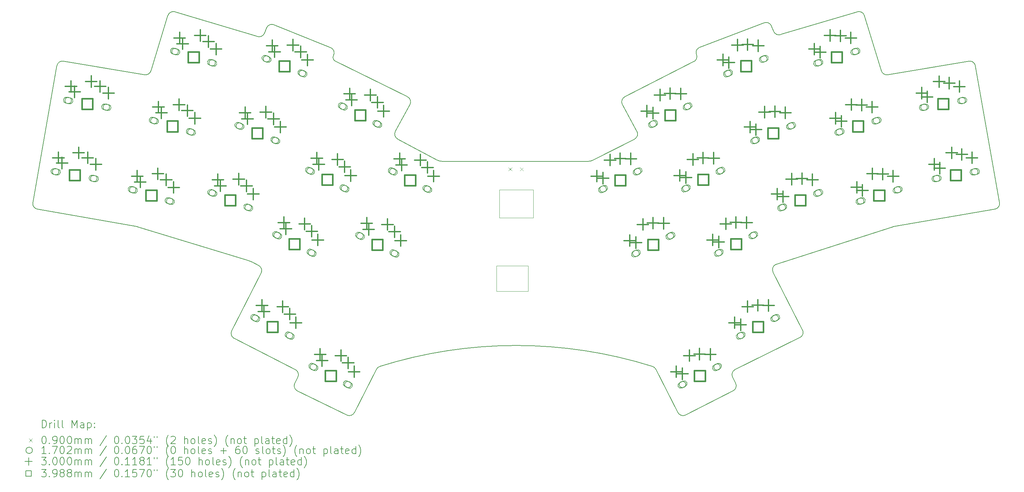
<source format=gbr>
%FSLAX45Y45*%
G04 Gerber Fmt 4.5, Leading zero omitted, Abs format (unit mm)*
G04 Created by KiCad (PCBNEW (6.0.4)) date 2022-08-27 03:08:57*
%MOMM*%
%LPD*%
G01*
G04 APERTURE LIST*
%TA.AperFunction,Profile*%
%ADD10C,0.150000*%
%TD*%
%TA.AperFunction,Profile*%
%ADD11C,0.050000*%
%TD*%
%ADD12C,0.200000*%
%ADD13C,0.090000*%
%ADD14C,0.170180*%
%ADD15C,0.300000*%
%ADD16C,0.398780*%
G04 APERTURE END LIST*
D10*
X18425774Y-6541436D02*
G75*
G03*
X18491326Y-6339686I-68114J133656D01*
G01*
X18170987Y-5430581D02*
G75*
G03*
X18105435Y-5632330I68093J-133649D01*
G01*
X24902589Y-4746525D02*
G75*
G03*
X25072086Y-4850389I143451J43865D01*
G01*
X24459181Y-3296191D02*
X24902593Y-4746524D01*
X10526640Y-4344890D02*
G75*
G03*
X10449137Y-4135785I-134000J69250D01*
G01*
X11074959Y-13727234D02*
X11654662Y-12589502D01*
X5381439Y-8844415D02*
X8279884Y-9730558D01*
X10873210Y-13792786D02*
G75*
G03*
X11074959Y-13727234I68100J133646D01*
G01*
X7854779Y-11578842D02*
X8626563Y-10064131D01*
X18896132Y-12514515D02*
G75*
G03*
X11743295Y-12514515I-3576418J-11367363D01*
G01*
X8530773Y-3846814D02*
G75*
G03*
X8713705Y-3759564I43857J143444D01*
G01*
X13385657Y-7127380D02*
X17203771Y-7127380D01*
D11*
X15773400Y-7874000D02*
X14909800Y-7874000D01*
D10*
X2633917Y-8209401D02*
X3267733Y-4614853D01*
X25225797Y-8840140D02*
G75*
G03*
X25207988Y-8844415I26013J-147590D01*
G01*
X24459182Y-3296191D02*
G75*
G03*
X24271880Y-3196601I-143442J-43849D01*
G01*
X11743296Y-12514516D02*
G75*
G03*
X11654662Y-12589502I45024J-143094D01*
G01*
X18984766Y-12589502D02*
X19564469Y-13727234D01*
X12148101Y-6339686D02*
X12533993Y-5632330D01*
X5381439Y-8844415D02*
G75*
G03*
X5363631Y-8840139I-43859J-143465D01*
G01*
X19766219Y-13792787D02*
X21013628Y-13157200D01*
X22258657Y-3796819D02*
X24271880Y-3196601D01*
X8965643Y-3536414D02*
X10449137Y-4135785D01*
X18105435Y-5632330D02*
X18491326Y-6339686D01*
X22769095Y-11755590D02*
G75*
G03*
X22834649Y-11553842I-68095J133650D01*
G01*
X7920332Y-11780592D02*
X9524144Y-12597775D01*
X3441502Y-4493179D02*
G75*
G03*
X3267733Y-4614853I-26044J-147726D01*
G01*
X20116800Y-4140200D02*
X21823785Y-3486414D01*
X12533994Y-5632331D02*
G75*
G03*
X12468441Y-5430581I-133674J68091D01*
G01*
X22075726Y-3709563D02*
G75*
G03*
X22258657Y-3796819I139074J56183D01*
G01*
X22019053Y-3569301D02*
X22075723Y-3709564D01*
D11*
X15773400Y-8610600D02*
X14884400Y-8610600D01*
D10*
X19981290Y-4508185D02*
G75*
G03*
X20052269Y-4318344I-68110J133655D01*
G01*
X8965643Y-3536416D02*
G75*
G03*
X8770375Y-3619301I-56193J-139074D01*
G01*
X5736835Y-4746524D02*
X6180246Y-3296191D01*
X5567342Y-4850390D02*
G75*
G03*
X5736835Y-4746524I26048J147720D01*
G01*
X8713705Y-3759564D02*
X8770375Y-3619301D01*
X25072086Y-4850389D02*
X27197926Y-4493179D01*
X8388110Y-9774285D02*
X8279884Y-9730558D01*
X22128417Y-9837381D02*
G75*
G03*
X22062865Y-10039131I68093J-133649D01*
G01*
X6367548Y-3196601D02*
X8530771Y-3846819D01*
X13249461Y-7094680D02*
G75*
G03*
X13385657Y-7127380I136199J267300D01*
G01*
X12148103Y-6339687D02*
G75*
G03*
X12213654Y-6541436I133637J-68103D01*
G01*
D11*
X14807574Y-9869000D02*
X15634800Y-9869000D01*
X14884400Y-8610600D02*
X14884400Y-7874000D01*
X15773400Y-8610600D02*
X15773400Y-7874000D01*
D10*
X21065284Y-12597775D02*
X22769096Y-11755592D01*
X22128417Y-9837382D02*
X25207988Y-8844415D01*
X27883837Y-8383171D02*
G75*
G03*
X28005511Y-8209401I-26047J147721D01*
G01*
X20116800Y-4140200D02*
G75*
G03*
X20052269Y-4318344I62970J-123570D01*
G01*
X17339968Y-7094681D02*
X18425774Y-6541435D01*
X2755591Y-8383170D02*
X5363631Y-8840139D01*
X21079180Y-12955450D02*
X20999732Y-12799524D01*
X10526639Y-4344889D02*
G75*
G03*
X10560349Y-4484387I93941J-51121D01*
G01*
X9589699Y-12799526D02*
G75*
G03*
X9524144Y-12597775I-133659J68096D01*
G01*
X9575800Y-13157200D02*
X10873209Y-13792787D01*
X27371695Y-4614853D02*
X28005511Y-8209401D01*
X7854778Y-11578842D02*
G75*
G03*
X7920332Y-11780592I133652J-68098D01*
G01*
X18170987Y-5430581D02*
X19981290Y-4508186D01*
X25225797Y-8840139D02*
X27883837Y-8383170D01*
X9510249Y-12955451D02*
G75*
G03*
X9575800Y-13157200I133651J-68099D01*
G01*
X3441502Y-4493179D02*
X5567342Y-4850389D01*
X10560349Y-4484387D02*
X12468441Y-5430581D01*
D11*
X14807574Y-9869000D02*
X14807574Y-10541000D01*
D10*
X9589696Y-12799524D02*
X9510248Y-12955450D01*
D11*
X14884400Y-7874000D02*
X14909800Y-7874000D01*
X14807574Y-10541000D02*
X15634800Y-10541000D01*
D10*
X21065286Y-12597777D02*
G75*
G03*
X20999732Y-12799524I68104J-133653D01*
G01*
X2633920Y-8209402D02*
G75*
G03*
X2755591Y-8383170I147720J-26048D01*
G01*
X18984767Y-12589501D02*
G75*
G03*
X18896132Y-12514515I-133667J-68119D01*
G01*
X22062865Y-10039131D02*
X22834648Y-11553842D01*
X21013628Y-13157201D02*
G75*
G03*
X21079180Y-12955450I-68098J133651D01*
G01*
X8626559Y-10064129D02*
G75*
G03*
X8561011Y-9862382I-133649J68099D01*
G01*
X19564471Y-13727234D02*
G75*
G03*
X19766219Y-13792787I133649J68094D01*
G01*
X22019052Y-3569301D02*
G75*
G03*
X21823785Y-3486414I-139072J-56179D01*
G01*
X6367548Y-3196600D02*
G75*
G03*
X6180246Y-3296191I-43848J-143460D01*
G01*
X12213654Y-6541436D02*
X13249460Y-7094681D01*
X8561011Y-9862382D02*
X8388110Y-9774285D01*
D11*
X15634800Y-10541000D02*
X15634800Y-9869000D01*
D10*
X17203771Y-7127380D02*
G75*
G03*
X17339968Y-7094682I10J299960D01*
G01*
X27371698Y-4614852D02*
G75*
G03*
X27197926Y-4493179I-147729J-26058D01*
G01*
D12*
D13*
X15121200Y-7288000D02*
X15211200Y-7378000D01*
X15211200Y-7288000D02*
X15121200Y-7378000D01*
X15421200Y-7288000D02*
X15511200Y-7378000D01*
X15511200Y-7288000D02*
X15421200Y-7378000D01*
D14*
X3319348Y-7400205D02*
G75*
G03*
X3319348Y-7400205I-85090J0D01*
G01*
D12*
X3171979Y-7465472D02*
X3270459Y-7482837D01*
X3198057Y-7317573D02*
X3296538Y-7334938D01*
X3270459Y-7482837D02*
G75*
G03*
X3296538Y-7334938I13039J73949D01*
G01*
X3198057Y-7317573D02*
G75*
G03*
X3171979Y-7465472I-13039J-73949D01*
G01*
D14*
X3648376Y-5527363D02*
G75*
G03*
X3648376Y-5527363I-85090J0D01*
G01*
D12*
X3501006Y-5592630D02*
X3599487Y-5609994D01*
X3527085Y-5444731D02*
X3625566Y-5462096D01*
X3599487Y-5609994D02*
G75*
G03*
X3625566Y-5462096I13039J73949D01*
G01*
X3527085Y-5444731D02*
G75*
G03*
X3501006Y-5592630I-13039J-73949D01*
G01*
D14*
X4319844Y-7577022D02*
G75*
G03*
X4319844Y-7577022I-85090J0D01*
G01*
D12*
X4172474Y-7642289D02*
X4270955Y-7659653D01*
X4198553Y-7494390D02*
X4297034Y-7511755D01*
X4270955Y-7659653D02*
G75*
G03*
X4297034Y-7511755I13039J73949D01*
G01*
X4198553Y-7494390D02*
G75*
G03*
X4172474Y-7642289I-13039J-73949D01*
G01*
D14*
X4648872Y-5704179D02*
G75*
G03*
X4648872Y-5704179I-85090J0D01*
G01*
D12*
X4501502Y-5769446D02*
X4599983Y-5786811D01*
X4527581Y-5621548D02*
X4626062Y-5638913D01*
X4599983Y-5786811D02*
G75*
G03*
X4626062Y-5638913I13039J73949D01*
G01*
X4527581Y-5621548D02*
G75*
G03*
X4501502Y-5769446I-13039J-73949D01*
G01*
D14*
X5343315Y-7874128D02*
G75*
G03*
X5343315Y-7874128I-85090J0D01*
G01*
D12*
X5188456Y-7931318D02*
X5284086Y-7960555D01*
X5232364Y-7787700D02*
X5327995Y-7816937D01*
X5284086Y-7960555D02*
G75*
G03*
X5327995Y-7816937I21954J71809D01*
G01*
X5232364Y-7787700D02*
G75*
G03*
X5188456Y-7931318I-21954J-71809D01*
G01*
D14*
X5898854Y-6057187D02*
G75*
G03*
X5898854Y-6057187I-85090J0D01*
G01*
D12*
X5743994Y-6114377D02*
X5839625Y-6143614D01*
X5787903Y-5970759D02*
X5883533Y-5999996D01*
X5839625Y-6143614D02*
G75*
G03*
X5883533Y-5999996I21954J71809D01*
G01*
X5787903Y-5970759D02*
G75*
G03*
X5743994Y-6114377I-21954J-71809D01*
G01*
D14*
X6314805Y-8171556D02*
G75*
G03*
X6314805Y-8171556I-85090J0D01*
G01*
D12*
X6159946Y-8228746D02*
X6255576Y-8257984D01*
X6203854Y-8085129D02*
X6299484Y-8114366D01*
X6255576Y-8257984D02*
G75*
G03*
X6299484Y-8114366I21954J71809D01*
G01*
X6203854Y-8085129D02*
G75*
G03*
X6159946Y-8228746I-21954J-71809D01*
G01*
D14*
X6454328Y-4240170D02*
G75*
G03*
X6454328Y-4240170I-85090J0D01*
G01*
D12*
X6299468Y-4297360D02*
X6395099Y-4326597D01*
X6343377Y-4153742D02*
X6439007Y-4182979D01*
X6395099Y-4326597D02*
G75*
G03*
X6439007Y-4182979I21954J71809D01*
G01*
X6343377Y-4153742D02*
G75*
G03*
X6299468Y-4297360I-21954J-71809D01*
G01*
D14*
X6870344Y-6354615D02*
G75*
G03*
X6870344Y-6354615I-85090J0D01*
G01*
D12*
X6715484Y-6411805D02*
X6811115Y-6441043D01*
X6759393Y-6268188D02*
X6855023Y-6297425D01*
X6811115Y-6441043D02*
G75*
G03*
X6855023Y-6297425I21954J71809D01*
G01*
X6759393Y-6268188D02*
G75*
G03*
X6715484Y-6411805I-21954J-71809D01*
G01*
D14*
X7425817Y-4537598D02*
G75*
G03*
X7425817Y-4537598I-85090J0D01*
G01*
D12*
X7270958Y-4594788D02*
X7366588Y-4624026D01*
X7314866Y-4451171D02*
X7410497Y-4480408D01*
X7366588Y-4624026D02*
G75*
G03*
X7410497Y-4480408I21954J71809D01*
G01*
X7314866Y-4451171D02*
G75*
G03*
X7270958Y-4594788I-21954J-71809D01*
G01*
D14*
X7429805Y-7956952D02*
G75*
G03*
X7429805Y-7956952I-85090J0D01*
G01*
D12*
X7270227Y-8007843D02*
X7362945Y-8045304D01*
X7326485Y-7868599D02*
X7419203Y-7906060D01*
X7362945Y-8045304D02*
G75*
G03*
X7419203Y-7906060I28129J69622D01*
G01*
X7326485Y-7868599D02*
G75*
G03*
X7270227Y-8007843I-28129J-69622D01*
G01*
D14*
X8141557Y-6195302D02*
G75*
G03*
X8141557Y-6195302I-85090J0D01*
G01*
D12*
X7981979Y-6246194D02*
X8074697Y-6283655D01*
X8038237Y-6106950D02*
X8130956Y-6144410D01*
X8074697Y-6283655D02*
G75*
G03*
X8130956Y-6144410I28129J69622D01*
G01*
X8038237Y-6106950D02*
G75*
G03*
X7981979Y-6246194I-28129J-69622D01*
G01*
D14*
X8371675Y-8337919D02*
G75*
G03*
X8371675Y-8337919I-85090J0D01*
G01*
D12*
X8212097Y-8388811D02*
X8304815Y-8426272D01*
X8268355Y-8249566D02*
X8361074Y-8287027D01*
X8304815Y-8426272D02*
G75*
G03*
X8361074Y-8287027I28129J69622D01*
G01*
X8268355Y-8249567D02*
G75*
G03*
X8212097Y-8388811I-28129J-69622D01*
G01*
D14*
X8556392Y-11244695D02*
G75*
G03*
X8556392Y-11244695I-85090J0D01*
G01*
D12*
X8392662Y-11288901D02*
X8481763Y-11334300D01*
X8460842Y-11155090D02*
X8549943Y-11200488D01*
X8481763Y-11334300D02*
G75*
G03*
X8549943Y-11200488I34090J66906D01*
G01*
X8460842Y-11155090D02*
G75*
G03*
X8392662Y-11288901I-34090J-66906D01*
G01*
D14*
X8853310Y-4433653D02*
G75*
G03*
X8853310Y-4433653I-85090J0D01*
G01*
D12*
X8693732Y-4484545D02*
X8786450Y-4522006D01*
X8749990Y-4345300D02*
X8842708Y-4382761D01*
X8786450Y-4522006D02*
G75*
G03*
X8842708Y-4382761I28129J69622D01*
G01*
X8749990Y-4345301D02*
G75*
G03*
X8693732Y-4484545I-28129J-69622D01*
G01*
D14*
X9083428Y-6576270D02*
G75*
G03*
X9083428Y-6576270I-85090J0D01*
G01*
D12*
X8923850Y-6627162D02*
X9016568Y-6664622D01*
X8980108Y-6487917D02*
X9072826Y-6525378D01*
X9016568Y-6664622D02*
G75*
G03*
X9072826Y-6525378I28129J69622D01*
G01*
X8980108Y-6487917D02*
G75*
G03*
X8923850Y-6627162I-28129J-69622D01*
G01*
D14*
X9131943Y-9068835D02*
G75*
G03*
X9131943Y-9068835I-85090J0D01*
G01*
D12*
X8968213Y-9113041D02*
X9057314Y-9158440D01*
X9036393Y-8979230D02*
X9125494Y-9024629D01*
X9057314Y-9158440D02*
G75*
G03*
X9125494Y-9024629I34090J66906D01*
G01*
X9036393Y-8979230D02*
G75*
G03*
X8968213Y-9113041I-34090J-66906D01*
G01*
D14*
X9461475Y-11706302D02*
G75*
G03*
X9461475Y-11706302I-85090J0D01*
G01*
D12*
X9297745Y-11750508D02*
X9386845Y-11795907D01*
X9365925Y-11616697D02*
X9455026Y-11662096D01*
X9386845Y-11795907D02*
G75*
G03*
X9455026Y-11662096I34090J66906D01*
G01*
X9365925Y-11616697D02*
G75*
G03*
X9297745Y-11750508I-34090J-66906D01*
G01*
D14*
X9795180Y-4814621D02*
G75*
G03*
X9795180Y-4814621I-85090J0D01*
G01*
D12*
X9635602Y-4865512D02*
X9728320Y-4902973D01*
X9691860Y-4726268D02*
X9784579Y-4763729D01*
X9728320Y-4902973D02*
G75*
G03*
X9784579Y-4763729I28129J69622D01*
G01*
X9691860Y-4726268D02*
G75*
G03*
X9635602Y-4865512I-28129J-69622D01*
G01*
D14*
X9994525Y-7375922D02*
G75*
G03*
X9994525Y-7375922I-85090J0D01*
G01*
D12*
X9830795Y-7420129D02*
X9919895Y-7465528D01*
X9898975Y-7286317D02*
X9988076Y-7331716D01*
X9919895Y-7465528D02*
G75*
G03*
X9988076Y-7331716I34090J66906D01*
G01*
X9898975Y-7286317D02*
G75*
G03*
X9830795Y-7420129I-34090J-66906D01*
G01*
D14*
X10037026Y-9530442D02*
G75*
G03*
X10037026Y-9530442I-85090J0D01*
G01*
D12*
X9873296Y-9574648D02*
X9962396Y-9620047D01*
X9941476Y-9440837D02*
X10030577Y-9486236D01*
X9962396Y-9620047D02*
G75*
G03*
X10030577Y-9486236I34090J66906D01*
G01*
X9941476Y-9440837D02*
G75*
G03*
X9873296Y-9574648I-34090J-66906D01*
G01*
D14*
X10083659Y-12530505D02*
G75*
G03*
X10083659Y-12530505I-85090J0D01*
G01*
D12*
X9919929Y-12574711D02*
X10009029Y-12620110D01*
X9988109Y-12440900D02*
X10077210Y-12486299D01*
X10009029Y-12620110D02*
G75*
G03*
X10077210Y-12486299I34090J66906D01*
G01*
X9988109Y-12440900D02*
G75*
G03*
X9919929Y-12574711I-34090J-66906D01*
G01*
D14*
X10857107Y-5683010D02*
G75*
G03*
X10857107Y-5683010I-85090J0D01*
G01*
D12*
X10693377Y-5727216D02*
X10782477Y-5772615D01*
X10761557Y-5593405D02*
X10850658Y-5638804D01*
X10782477Y-5772615D02*
G75*
G03*
X10850658Y-5638804I34090J66906D01*
G01*
X10761557Y-5593405D02*
G75*
G03*
X10693377Y-5727216I-34090J-66906D01*
G01*
D14*
X10899608Y-7837530D02*
G75*
G03*
X10899608Y-7837530I-85090J0D01*
G01*
D12*
X10735878Y-7881736D02*
X10824978Y-7927135D01*
X10804058Y-7747925D02*
X10893159Y-7793324D01*
X10824978Y-7927135D02*
G75*
G03*
X10893158Y-7793324I34090J66906D01*
G01*
X10804058Y-7747925D02*
G75*
G03*
X10735878Y-7881736I-34090J-66906D01*
G01*
D14*
X10988742Y-12992112D02*
G75*
G03*
X10988742Y-12992112I-85090J0D01*
G01*
D12*
X10825012Y-13036318D02*
X10914112Y-13081717D01*
X10893192Y-12902507D02*
X10982293Y-12947906D01*
X10914112Y-13081717D02*
G75*
G03*
X10982292Y-12947906I34090J66906D01*
G01*
X10893192Y-12902507D02*
G75*
G03*
X10825012Y-13036318I-34090J-66906D01*
G01*
D14*
X11306147Y-9084961D02*
G75*
G03*
X11306147Y-9084961I-85090J0D01*
G01*
D12*
X11142416Y-9129167D02*
X11231517Y-9174566D01*
X11210596Y-8995355D02*
X11299697Y-9040754D01*
X11231517Y-9174566D02*
G75*
G03*
X11299697Y-9040754I34090J66906D01*
G01*
X11210596Y-8995355D02*
G75*
G03*
X11142416Y-9129167I-34090J-66906D01*
G01*
D14*
X11762190Y-6144617D02*
G75*
G03*
X11762190Y-6144617I-85090J0D01*
G01*
D12*
X11598459Y-6188824D02*
X11687560Y-6234223D01*
X11666640Y-6055012D02*
X11755740Y-6100411D01*
X11687560Y-6234223D02*
G75*
G03*
X11755740Y-6100411I34090J66906D01*
G01*
X11666640Y-6055012D02*
G75*
G03*
X11598460Y-6188824I-34090J-66906D01*
G01*
D14*
X12168729Y-7392048D02*
G75*
G03*
X12168729Y-7392048I-85090J0D01*
G01*
D12*
X12004998Y-7436254D02*
X12094099Y-7481653D01*
X12073178Y-7302443D02*
X12162279Y-7347842D01*
X12094099Y-7481653D02*
G75*
G03*
X12162279Y-7347842I34090J66906D01*
G01*
X12073178Y-7302443D02*
G75*
G03*
X12004998Y-7436254I-34090J-66906D01*
G01*
D14*
X12211229Y-9546568D02*
G75*
G03*
X12211229Y-9546568I-85090J0D01*
G01*
D12*
X12047499Y-9590774D02*
X12136600Y-9636173D01*
X12115679Y-9456963D02*
X12204780Y-9502362D01*
X12136600Y-9636173D02*
G75*
G03*
X12204780Y-9502362I34090J66906D01*
G01*
X12115679Y-9456963D02*
G75*
G03*
X12047499Y-9590774I-34090J-66906D01*
G01*
D14*
X13073811Y-7853655D02*
G75*
G03*
X13073811Y-7853655I-85090J0D01*
G01*
D12*
X12910081Y-7897862D02*
X12999182Y-7943261D01*
X12978261Y-7764050D02*
X13067362Y-7809449D01*
X12999182Y-7943261D02*
G75*
G03*
X13067362Y-7809449I34090J66906D01*
G01*
X12978261Y-7764050D02*
G75*
G03*
X12910081Y-7897862I-34090J-66906D01*
G01*
D14*
X17685564Y-7853083D02*
G75*
G03*
X17685564Y-7853083I-85090J0D01*
G01*
D12*
X17590014Y-7942689D02*
X17679115Y-7897290D01*
X17521834Y-7808877D02*
X17610934Y-7763478D01*
X17679115Y-7897290D02*
G75*
G03*
X17610934Y-7763478I-34090J66906D01*
G01*
X17521834Y-7808877D02*
G75*
G03*
X17590014Y-7942689I34090J-66906D01*
G01*
D14*
X18548146Y-9545996D02*
G75*
G03*
X18548146Y-9545996I-85090J0D01*
G01*
D12*
X18452596Y-9635601D02*
X18541697Y-9590202D01*
X18384416Y-9501790D02*
X18473516Y-9456391D01*
X18541697Y-9590202D02*
G75*
G03*
X18473516Y-9456391I-34090J66906D01*
G01*
X18384416Y-9501790D02*
G75*
G03*
X18452596Y-9635601I34090J-66906D01*
G01*
D14*
X18591007Y-7392182D02*
G75*
G03*
X18591007Y-7392182I-85090J0D01*
G01*
D12*
X18495456Y-7481787D02*
X18584557Y-7436388D01*
X18427276Y-7347976D02*
X18516377Y-7302577D01*
X18584557Y-7436388D02*
G75*
G03*
X18516377Y-7302577I-34090J66906D01*
G01*
X18427276Y-7347976D02*
G75*
G03*
X18495456Y-7481787I34090J-66906D01*
G01*
D14*
X18997186Y-6144045D02*
G75*
G03*
X18997186Y-6144045I-85090J0D01*
G01*
D12*
X18901635Y-6233651D02*
X18990736Y-6188252D01*
X18833455Y-6099839D02*
X18922556Y-6054440D01*
X18990736Y-6188252D02*
G75*
G03*
X18922556Y-6054440I-34090J66906D01*
G01*
X18833455Y-6099839D02*
G75*
G03*
X18901635Y-6233651I34090J-66906D01*
G01*
D14*
X19453589Y-9085095D02*
G75*
G03*
X19453589Y-9085095I-85090J0D01*
G01*
D12*
X19358038Y-9174700D02*
X19447139Y-9129301D01*
X19289858Y-9040888D02*
X19378959Y-8995489D01*
X19447139Y-9129301D02*
G75*
G03*
X19378959Y-8995489I-34090J66906D01*
G01*
X19289858Y-9040888D02*
G75*
G03*
X19358038Y-9174700I34090J-66906D01*
G01*
D14*
X19770634Y-12991540D02*
G75*
G03*
X19770634Y-12991540I-85090J0D01*
G01*
D12*
X19675083Y-13081145D02*
X19764184Y-13035746D01*
X19606903Y-12947334D02*
X19696004Y-12901935D01*
X19764184Y-13035746D02*
G75*
G03*
X19696004Y-12901935I-34090J66906D01*
G01*
X19606903Y-12947334D02*
G75*
G03*
X19675083Y-13081145I34090J-66906D01*
G01*
D14*
X19859768Y-7836958D02*
G75*
G03*
X19859768Y-7836958I-85090J0D01*
G01*
D12*
X19764217Y-7926563D02*
X19853318Y-7881164D01*
X19696037Y-7792752D02*
X19785138Y-7747353D01*
X19853318Y-7881164D02*
G75*
G03*
X19785138Y-7747353I-34090J66906D01*
G01*
X19696037Y-7792752D02*
G75*
G03*
X19764217Y-7926563I34090J-66906D01*
G01*
D14*
X19902628Y-5683144D02*
G75*
G03*
X19902628Y-5683144I-85090J0D01*
G01*
D12*
X19807078Y-5772749D02*
X19896178Y-5727350D01*
X19738897Y-5638938D02*
X19827998Y-5593539D01*
X19896178Y-5727350D02*
G75*
G03*
X19827998Y-5593539I-34090J66906D01*
G01*
X19738898Y-5638938D02*
G75*
G03*
X19807078Y-5772749I34090J-66906D01*
G01*
D14*
X20676076Y-12530639D02*
G75*
G03*
X20676076Y-12530639I-85090J0D01*
G01*
D12*
X20580526Y-12620244D02*
X20669626Y-12574845D01*
X20512345Y-12486432D02*
X20601446Y-12441033D01*
X20669626Y-12574845D02*
G75*
G03*
X20601446Y-12441033I-34090J66906D01*
G01*
X20512346Y-12486432D02*
G75*
G03*
X20580526Y-12620244I34090J-66906D01*
G01*
D14*
X20722349Y-9529870D02*
G75*
G03*
X20722349Y-9529870I-85090J0D01*
G01*
D12*
X20626799Y-9619475D02*
X20715900Y-9574076D01*
X20558619Y-9485664D02*
X20647720Y-9440265D01*
X20715900Y-9574076D02*
G75*
G03*
X20647720Y-9440265I-34090J66906D01*
G01*
X20558619Y-9485664D02*
G75*
G03*
X20626799Y-9619475I34090J-66906D01*
G01*
D14*
X20765210Y-7376056D02*
G75*
G03*
X20765210Y-7376056I-85090J0D01*
G01*
D12*
X20669660Y-7465662D02*
X20758760Y-7420263D01*
X20601479Y-7331850D02*
X20690580Y-7286451D01*
X20758760Y-7420263D02*
G75*
G03*
X20690580Y-7286451I-34090J66906D01*
G01*
X20601480Y-7331850D02*
G75*
G03*
X20669660Y-7465662I34090J-66906D01*
G01*
D14*
X20964244Y-4814073D02*
G75*
G03*
X20964244Y-4814073I-85090J0D01*
G01*
D12*
X20860924Y-4902425D02*
X20953642Y-4864965D01*
X20804666Y-4763181D02*
X20897384Y-4725720D01*
X20953642Y-4864965D02*
G75*
G03*
X20897384Y-4725720I-28129J69622D01*
G01*
X20804666Y-4763181D02*
G75*
G03*
X20860924Y-4902425I28129J-69622D01*
G01*
D14*
X21297900Y-11705730D02*
G75*
G03*
X21297900Y-11705730I-85090J0D01*
G01*
D12*
X21202350Y-11795335D02*
X21291451Y-11749936D01*
X21134170Y-11661524D02*
X21223271Y-11616125D01*
X21291451Y-11749936D02*
G75*
G03*
X21223271Y-11616125I-34090J66906D01*
G01*
X21134170Y-11661524D02*
G75*
G03*
X21202350Y-11795335I34090J-66906D01*
G01*
D14*
X21627792Y-9068969D02*
G75*
G03*
X21627792Y-9068969I-85090J0D01*
G01*
D12*
X21532242Y-9158574D02*
X21621342Y-9113175D01*
X21464061Y-9024763D02*
X21553162Y-8979364D01*
X21621342Y-9113175D02*
G75*
G03*
X21553162Y-8979364I-34090J66906D01*
G01*
X21464061Y-9024763D02*
G75*
G03*
X21532242Y-9158574I34090J-66906D01*
G01*
D14*
X21675996Y-6575722D02*
G75*
G03*
X21675996Y-6575722I-85090J0D01*
G01*
D12*
X21572676Y-6664074D02*
X21665395Y-6626614D01*
X21516418Y-6524830D02*
X21609136Y-6487369D01*
X21665395Y-6626614D02*
G75*
G03*
X21609136Y-6487369I-28129J69622D01*
G01*
X21516418Y-6524830D02*
G75*
G03*
X21572676Y-6664074I28129J-69622D01*
G01*
D14*
X21906411Y-4433840D02*
G75*
G03*
X21906411Y-4433840I-85090J0D01*
G01*
D12*
X21803091Y-4522192D02*
X21895810Y-4484732D01*
X21746833Y-4382948D02*
X21839551Y-4345487D01*
X21895810Y-4484732D02*
G75*
G03*
X21839551Y-4345487I-28129J69622D01*
G01*
X21746833Y-4382948D02*
G75*
G03*
X21803091Y-4522192I28129J-69622D01*
G01*
D14*
X22203343Y-11244829D02*
G75*
G03*
X22203343Y-11244829I-85090J0D01*
G01*
D12*
X22107793Y-11334434D02*
X22196893Y-11289035D01*
X22039612Y-11200622D02*
X22128713Y-11155223D01*
X22196893Y-11289035D02*
G75*
G03*
X22128713Y-11155223I-34090J66906D01*
G01*
X22039612Y-11200622D02*
G75*
G03*
X22107793Y-11334434I34090J-66906D01*
G01*
D14*
X22387749Y-8337371D02*
G75*
G03*
X22387749Y-8337371I-85090J0D01*
G01*
D12*
X22284429Y-8425724D02*
X22377147Y-8388263D01*
X22228171Y-8286479D02*
X22320889Y-8249019D01*
X22377147Y-8388263D02*
G75*
G03*
X22320889Y-8249019I-28129J69622D01*
G01*
X22228171Y-8286479D02*
G75*
G03*
X22284429Y-8425724I28129J-69622D01*
G01*
D14*
X22618164Y-6195489D02*
G75*
G03*
X22618164Y-6195489I-85090J0D01*
G01*
D12*
X22514844Y-6283841D02*
X22607562Y-6246381D01*
X22458585Y-6144597D02*
X22551304Y-6107136D01*
X22607562Y-6246381D02*
G75*
G03*
X22551304Y-6107136I-28129J69622D01*
G01*
X22458585Y-6144597D02*
G75*
G03*
X22514844Y-6283841I28129J-69622D01*
G01*
D14*
X23329916Y-7957138D02*
G75*
G03*
X23329916Y-7957138I-85090J0D01*
G01*
D12*
X23226596Y-8045491D02*
X23319314Y-8008030D01*
X23170338Y-7906246D02*
X23263056Y-7868786D01*
X23319314Y-8008030D02*
G75*
G03*
X23263056Y-7868786I-28129J69622D01*
G01*
X23170338Y-7906246D02*
G75*
G03*
X23226596Y-8045491I28129J-69622D01*
G01*
D14*
X23333653Y-4537078D02*
G75*
G03*
X23333653Y-4537078I-85090J0D01*
G01*
D12*
X23222702Y-4623506D02*
X23318333Y-4594269D01*
X23178794Y-4479888D02*
X23274424Y-4450651D01*
X23318333Y-4594269D02*
G75*
G03*
X23274424Y-4450651I-21954J71809D01*
G01*
X23178794Y-4479888D02*
G75*
G03*
X23222702Y-4623506I21954J-71809D01*
G01*
D14*
X23889160Y-6354057D02*
G75*
G03*
X23889160Y-6354057I-85090J0D01*
G01*
D12*
X23778209Y-6440485D02*
X23873839Y-6411248D01*
X23734300Y-6296867D02*
X23829931Y-6267630D01*
X23873839Y-6411248D02*
G75*
G03*
X23829931Y-6267630I-21954J71809D01*
G01*
X23734300Y-6296867D02*
G75*
G03*
X23778209Y-6440485I21954J-71809D01*
G01*
D14*
X24305375Y-4240407D02*
G75*
G03*
X24305375Y-4240407I-85090J0D01*
G01*
D12*
X24194424Y-4326835D02*
X24290054Y-4297598D01*
X24150515Y-4183217D02*
X24246146Y-4153980D01*
X24290054Y-4297598D02*
G75*
G03*
X24246146Y-4153980I-21954J71809D01*
G01*
X24150515Y-4183217D02*
G75*
G03*
X24194424Y-4326835I21954J-71809D01*
G01*
D14*
X24444666Y-8171036D02*
G75*
G03*
X24444666Y-8171036I-85090J0D01*
G01*
D12*
X24333715Y-8257464D02*
X24429345Y-8228227D01*
X24289806Y-8113846D02*
X24385437Y-8084609D01*
X24429345Y-8228227D02*
G75*
G03*
X24385437Y-8084609I-21954J71809D01*
G01*
X24289806Y-8113846D02*
G75*
G03*
X24333715Y-8257464I21954J-71809D01*
G01*
D14*
X24860881Y-6057386D02*
G75*
G03*
X24860881Y-6057386I-85090J0D01*
G01*
D12*
X24749930Y-6143814D02*
X24845560Y-6114577D01*
X24706022Y-6000196D02*
X24801652Y-5970959D01*
X24845560Y-6114577D02*
G75*
G03*
X24801652Y-5970959I-21954J71809D01*
G01*
X24706022Y-6000196D02*
G75*
G03*
X24749930Y-6143814I21954J-71809D01*
G01*
D14*
X25416387Y-7874365D02*
G75*
G03*
X25416387Y-7874365I-85090J0D01*
G01*
D12*
X25305436Y-7960793D02*
X25401067Y-7931556D01*
X25261528Y-7817175D02*
X25357158Y-7787938D01*
X25401067Y-7931556D02*
G75*
G03*
X25357158Y-7787938I-21954J71809D01*
G01*
X25261528Y-7817175D02*
G75*
G03*
X25305436Y-7960793I21954J-71809D01*
G01*
D14*
X26109129Y-5705069D02*
G75*
G03*
X26109129Y-5705069I-85090J0D01*
G01*
D12*
X25987837Y-5787701D02*
X26086318Y-5770336D01*
X25961759Y-5639802D02*
X26060240Y-5622438D01*
X26086318Y-5770336D02*
G75*
G03*
X26060240Y-5622438I-13039J73949D01*
G01*
X25961759Y-5639802D02*
G75*
G03*
X25987837Y-5787701I13039J-73949D01*
G01*
D14*
X26439655Y-7576586D02*
G75*
G03*
X26439655Y-7576586I-85090J0D01*
G01*
D12*
X26318364Y-7659217D02*
X26416845Y-7641853D01*
X26292286Y-7511319D02*
X26390766Y-7493954D01*
X26416845Y-7641853D02*
G75*
G03*
X26390766Y-7493954I-13039J73949D01*
G01*
X26292286Y-7511319D02*
G75*
G03*
X26318364Y-7659217I13039J-73949D01*
G01*
D14*
X27109762Y-5529033D02*
G75*
G03*
X27109762Y-5529033I-85090J0D01*
G01*
D12*
X26988471Y-5611664D02*
X27086952Y-5594300D01*
X26962392Y-5463766D02*
X27060873Y-5446401D01*
X27086952Y-5594300D02*
G75*
G03*
X27060873Y-5446401I-13039J73949D01*
G01*
X26962392Y-5463766D02*
G75*
G03*
X26988471Y-5611664I13039J-73949D01*
G01*
D14*
X27440289Y-7400549D02*
G75*
G03*
X27440289Y-7400549I-85090J0D01*
G01*
D12*
X27318997Y-7483181D02*
X27417478Y-7465816D01*
X27292919Y-7335283D02*
X27391400Y-7317918D01*
X27417478Y-7465816D02*
G75*
G03*
X27391400Y-7317918I-13039J73949D01*
G01*
X27292919Y-7335283D02*
G75*
G03*
X27318997Y-7483181I13039J-73949D01*
G01*
D15*
X3307481Y-6882398D02*
X3307481Y-7182398D01*
X3157481Y-7032398D02*
X3457481Y-7032398D01*
X3403367Y-7022507D02*
X3403367Y-7322507D01*
X3253367Y-7172507D02*
X3553367Y-7172507D01*
X3636509Y-5009555D02*
X3636509Y-5309555D01*
X3486509Y-5159555D02*
X3786509Y-5159555D01*
X3732394Y-5149665D02*
X3732394Y-5449665D01*
X3582394Y-5299665D02*
X3882394Y-5299665D01*
X3838087Y-6752564D02*
X3838087Y-7052564D01*
X3688087Y-6902564D02*
X3988087Y-6902564D01*
X4072826Y-6882633D02*
X4072826Y-7182633D01*
X3922826Y-7032633D02*
X4222826Y-7032633D01*
X4167115Y-4879722D02*
X4167115Y-5179722D01*
X4017115Y-5029722D02*
X4317115Y-5029722D01*
X4291994Y-7056330D02*
X4291994Y-7356330D01*
X4141994Y-7206330D02*
X4441994Y-7206330D01*
X4401854Y-5009791D02*
X4401854Y-5309791D01*
X4251854Y-5159791D02*
X4551854Y-5159791D01*
X4621022Y-5183487D02*
X4621022Y-5483487D01*
X4471022Y-5333487D02*
X4771022Y-5333487D01*
X5375727Y-7367985D02*
X5375727Y-7667985D01*
X5225727Y-7517985D02*
X5525727Y-7517985D01*
X5453823Y-7518736D02*
X5453823Y-7818736D01*
X5303823Y-7668736D02*
X5603823Y-7668736D01*
X5918201Y-7303784D02*
X5918201Y-7603784D01*
X5768201Y-7453784D02*
X6068201Y-7453784D01*
X5931265Y-5551044D02*
X5931265Y-5851044D01*
X5781265Y-5701044D02*
X6081265Y-5701044D01*
X6009361Y-5701795D02*
X6009361Y-6001795D01*
X5859361Y-5851795D02*
X6159361Y-5851795D01*
X6135338Y-7461491D02*
X6135338Y-7761491D01*
X5985338Y-7611491D02*
X6285338Y-7611491D01*
X6331704Y-7660603D02*
X6331704Y-7960603D01*
X6181704Y-7810603D02*
X6481704Y-7810603D01*
X6473739Y-5486843D02*
X6473739Y-5786843D01*
X6323739Y-5636843D02*
X6623739Y-5636843D01*
X6486739Y-3734027D02*
X6486739Y-4034027D01*
X6336739Y-3884027D02*
X6636739Y-3884027D01*
X6564835Y-3884778D02*
X6564835Y-4184778D01*
X6414835Y-4034778D02*
X6714835Y-4034778D01*
X6690877Y-5644550D02*
X6690877Y-5944550D01*
X6540877Y-5794550D02*
X6840877Y-5794550D01*
X6887243Y-5843662D02*
X6887243Y-6143662D01*
X6737243Y-5993662D02*
X7037243Y-5993662D01*
X7029213Y-3669826D02*
X7029213Y-3969826D01*
X6879213Y-3819826D02*
X7179213Y-3819826D01*
X7246351Y-3827533D02*
X7246351Y-4127533D01*
X7096351Y-3977533D02*
X7396351Y-3977533D01*
X7442716Y-4026645D02*
X7442716Y-4326645D01*
X7292716Y-4176645D02*
X7592716Y-4176645D01*
X7492809Y-7462405D02*
X7492809Y-7762405D01*
X7342809Y-7612405D02*
X7642809Y-7612405D01*
X7557469Y-7619389D02*
X7557469Y-7919389D01*
X7407469Y-7769389D02*
X7707469Y-7769389D01*
X8038814Y-7445728D02*
X8038814Y-7745728D01*
X7888814Y-7595728D02*
X8188814Y-7595728D01*
X8204562Y-5700756D02*
X8204562Y-6000756D01*
X8054562Y-5850756D02*
X8354562Y-5850756D01*
X8241381Y-7621760D02*
X8241381Y-7921760D01*
X8091381Y-7771760D02*
X8391381Y-7771760D01*
X8269221Y-5857740D02*
X8269221Y-6157740D01*
X8119221Y-6007740D02*
X8419222Y-6007740D01*
X8419645Y-7837228D02*
X8419645Y-8137228D01*
X8269645Y-7987228D02*
X8569645Y-7987228D01*
X8648862Y-10764367D02*
X8648862Y-11064367D01*
X8498862Y-10914367D02*
X8798862Y-10914367D01*
X8699594Y-10926389D02*
X8699594Y-11226389D01*
X8549594Y-11076389D02*
X8849594Y-11076389D01*
X8750567Y-5684079D02*
X8750567Y-5984079D01*
X8600567Y-5834079D02*
X8900567Y-5834079D01*
X8916314Y-3939107D02*
X8916314Y-4239107D01*
X8766314Y-4089107D02*
X9066314Y-4089107D01*
X8953133Y-5860110D02*
X8953133Y-6160110D01*
X8803133Y-6010110D02*
X9103133Y-6010110D01*
X8980974Y-4096091D02*
X8980974Y-4396091D01*
X8830974Y-4246091D02*
X9130974Y-4246091D01*
X9131398Y-6075579D02*
X9131398Y-6375579D01*
X8981398Y-6225579D02*
X9281398Y-6225579D01*
X9194243Y-10795341D02*
X9194243Y-11095341D01*
X9044243Y-10945341D02*
X9344243Y-10945341D01*
X9224413Y-8588507D02*
X9224413Y-8888507D01*
X9074413Y-8738507D02*
X9374413Y-8738507D01*
X9275145Y-8750529D02*
X9275145Y-9050529D01*
X9125145Y-8900529D02*
X9425145Y-8900529D01*
X9380697Y-10988357D02*
X9380697Y-11288357D01*
X9230697Y-11138357D02*
X9530697Y-11138357D01*
X9462320Y-3922430D02*
X9462320Y-4222430D01*
X9312320Y-4072430D02*
X9612320Y-4072430D01*
X9539504Y-11218543D02*
X9539504Y-11518543D01*
X9389504Y-11368543D02*
X9689504Y-11368543D01*
X9664886Y-4098461D02*
X9664886Y-4398461D01*
X9514886Y-4248461D02*
X9814886Y-4248461D01*
X9769794Y-8619481D02*
X9769794Y-8919481D01*
X9619794Y-8769481D02*
X9919794Y-8769481D01*
X9843150Y-4313930D02*
X9843150Y-4613930D01*
X9693150Y-4463930D02*
X9993150Y-4463930D01*
X9956248Y-8812497D02*
X9956248Y-9112497D01*
X9806248Y-8962497D02*
X10106248Y-8962497D01*
X10086995Y-6895595D02*
X10086995Y-7195595D01*
X9936995Y-7045595D02*
X10236995Y-7045595D01*
X10115055Y-9042683D02*
X10115055Y-9342683D01*
X9965055Y-9192683D02*
X10265055Y-9192683D01*
X10137727Y-7057617D02*
X10137727Y-7357617D01*
X9987727Y-7207617D02*
X10287727Y-7207617D01*
X10176129Y-12050177D02*
X10176129Y-12350177D01*
X10026129Y-12200177D02*
X10326129Y-12200177D01*
X10226861Y-12212199D02*
X10226861Y-12512199D01*
X10076861Y-12362199D02*
X10376861Y-12362199D01*
X10632376Y-6926568D02*
X10632376Y-7226568D01*
X10482376Y-7076568D02*
X10782376Y-7076568D01*
X10721510Y-12081151D02*
X10721510Y-12381151D01*
X10571510Y-12231151D02*
X10871510Y-12231151D01*
X10818830Y-7119585D02*
X10818830Y-7419585D01*
X10668830Y-7269585D02*
X10968830Y-7269585D01*
X10907964Y-12274167D02*
X10907964Y-12574167D01*
X10757964Y-12424167D02*
X11057964Y-12424167D01*
X10949577Y-5202682D02*
X10949577Y-5502682D01*
X10799577Y-5352682D02*
X11099577Y-5352682D01*
X10977636Y-7349770D02*
X10977636Y-7649770D01*
X10827636Y-7499770D02*
X11127636Y-7499770D01*
X11000309Y-5364704D02*
X11000309Y-5664704D01*
X10850309Y-5514704D02*
X11150309Y-5514704D01*
X11066770Y-12504353D02*
X11066770Y-12804353D01*
X10916770Y-12654353D02*
X11216770Y-12654353D01*
X11398616Y-8604633D02*
X11398616Y-8904633D01*
X11248616Y-8754633D02*
X11548616Y-8754633D01*
X11449348Y-8766655D02*
X11449348Y-9066655D01*
X11299348Y-8916655D02*
X11599348Y-8916655D01*
X11494958Y-5233656D02*
X11494958Y-5533656D01*
X11344958Y-5383656D02*
X11644958Y-5383656D01*
X11681411Y-5426673D02*
X11681411Y-5726672D01*
X11531411Y-5576673D02*
X11831411Y-5576673D01*
X11840218Y-5656858D02*
X11840218Y-5956858D01*
X11690218Y-5806858D02*
X11990218Y-5806858D01*
X11943997Y-8635607D02*
X11943997Y-8935607D01*
X11793997Y-8785607D02*
X12093997Y-8785607D01*
X12130451Y-8828623D02*
X12130451Y-9128623D01*
X11980451Y-8978623D02*
X12280451Y-8978623D01*
X12261198Y-6911720D02*
X12261198Y-7211720D01*
X12111198Y-7061720D02*
X12411198Y-7061720D01*
X12289258Y-9058809D02*
X12289258Y-9358809D01*
X12139258Y-9208809D02*
X12439258Y-9208809D01*
X12311930Y-7073742D02*
X12311930Y-7373742D01*
X12161930Y-7223742D02*
X12461930Y-7223742D01*
X12806579Y-6942694D02*
X12806579Y-7242694D01*
X12656579Y-7092694D02*
X12956579Y-7092694D01*
X12993033Y-7135711D02*
X12993033Y-7435711D01*
X12843033Y-7285711D02*
X13143033Y-7285711D01*
X13151840Y-7365896D02*
X13151840Y-7665896D01*
X13001840Y-7515896D02*
X13301840Y-7515896D01*
X17437600Y-7365273D02*
X17437600Y-7665273D01*
X17287600Y-7515273D02*
X17587600Y-7515273D01*
X17598498Y-7419464D02*
X17598498Y-7719464D01*
X17448498Y-7569464D02*
X17748498Y-7569464D01*
X17783226Y-6942256D02*
X17783226Y-7242256D01*
X17633226Y-7092256D02*
X17933226Y-7092256D01*
X18048974Y-6904864D02*
X18048974Y-7204864D01*
X17898974Y-7054864D02*
X18198974Y-7054864D01*
X18300182Y-9058185D02*
X18300182Y-9358185D01*
X18150182Y-9208185D02*
X18450182Y-9208185D01*
X18328542Y-6911687D02*
X18328542Y-7211687D01*
X18178542Y-7061687D02*
X18478542Y-7061687D01*
X18461080Y-9112376D02*
X18461080Y-9412376D01*
X18311080Y-9262376D02*
X18611080Y-9262376D01*
X18645808Y-8635169D02*
X18645808Y-8935169D01*
X18495808Y-8785169D02*
X18795808Y-8785169D01*
X18749222Y-5656235D02*
X18749222Y-5956235D01*
X18599222Y-5806235D02*
X18899222Y-5806235D01*
X18910120Y-5710426D02*
X18910120Y-6010426D01*
X18760120Y-5860426D02*
X19060120Y-5860426D01*
X18911556Y-8597777D02*
X18911556Y-8897777D01*
X18761556Y-8747777D02*
X19061556Y-8747777D01*
X19094847Y-5233218D02*
X19094847Y-5533218D01*
X18944847Y-5383218D02*
X19244847Y-5383218D01*
X19191124Y-8604599D02*
X19191124Y-8904599D01*
X19041124Y-8754599D02*
X19341124Y-8754599D01*
X19360595Y-5195826D02*
X19360595Y-5495826D01*
X19210595Y-5345826D02*
X19510595Y-5345826D01*
X19522670Y-12503729D02*
X19522670Y-12803729D01*
X19372670Y-12653729D02*
X19672670Y-12653729D01*
X19611804Y-7349147D02*
X19611804Y-7649147D01*
X19461804Y-7499147D02*
X19761804Y-7499147D01*
X19640163Y-5202649D02*
X19640163Y-5502649D01*
X19490163Y-5352649D02*
X19790163Y-5352649D01*
X19683568Y-12557921D02*
X19683568Y-12857921D01*
X19533568Y-12707921D02*
X19833568Y-12707921D01*
X19772702Y-7403338D02*
X19772702Y-7703338D01*
X19622702Y-7553338D02*
X19922702Y-7553338D01*
X19868295Y-12080713D02*
X19868295Y-12380713D01*
X19718295Y-12230713D02*
X20018295Y-12230713D01*
X19957429Y-6926130D02*
X19957429Y-7226130D01*
X19807429Y-7076130D02*
X20107429Y-7076130D01*
X20134043Y-12043321D02*
X20134043Y-12343321D01*
X19984043Y-12193321D02*
X20284043Y-12193321D01*
X20223177Y-6888739D02*
X20223177Y-7188739D01*
X20073177Y-7038739D02*
X20373177Y-7038739D01*
X20413611Y-12050143D02*
X20413611Y-12350143D01*
X20263611Y-12200143D02*
X20563611Y-12200143D01*
X20474386Y-9042060D02*
X20474386Y-9342060D01*
X20324386Y-9192060D02*
X20624386Y-9192060D01*
X20502745Y-6895561D02*
X20502745Y-7195561D01*
X20352745Y-7045561D02*
X20652745Y-7045561D01*
X20635283Y-9096251D02*
X20635283Y-9396251D01*
X20485283Y-9246251D02*
X20785283Y-9246251D01*
X20746342Y-4313352D02*
X20746342Y-4613352D01*
X20596342Y-4463352D02*
X20896342Y-4463352D01*
X20820011Y-8619043D02*
X20820011Y-8919043D01*
X20670011Y-8769043D02*
X20970011Y-8769043D01*
X20901905Y-4381360D02*
X20901905Y-4681360D01*
X20751905Y-4531360D02*
X21051905Y-4531360D01*
X21049937Y-11217919D02*
X21049937Y-11517919D01*
X20899937Y-11367919D02*
X21199937Y-11367919D01*
X21085759Y-8581651D02*
X21085759Y-8881651D01*
X20935759Y-8731651D02*
X21235759Y-8731651D01*
X21127521Y-3922068D02*
X21127521Y-4222068D01*
X20977521Y-4072068D02*
X21277521Y-4072068D01*
X21210834Y-11272110D02*
X21210834Y-11572110D01*
X21060834Y-11422110D02*
X21360834Y-11422110D01*
X21365327Y-8588473D02*
X21365327Y-8888473D01*
X21215327Y-8738473D02*
X21515327Y-8738473D01*
X21395516Y-3907980D02*
X21395516Y-4207980D01*
X21245516Y-4057980D02*
X21545516Y-4057980D01*
X21395562Y-10794903D02*
X21395562Y-11094903D01*
X21245562Y-10944903D02*
X21545562Y-10944903D01*
X21458095Y-6075001D02*
X21458095Y-6375001D01*
X21308095Y-6225001D02*
X21608095Y-6225001D01*
X21613657Y-6143009D02*
X21613657Y-6443009D01*
X21463657Y-6293009D02*
X21763657Y-6293009D01*
X21661310Y-10757511D02*
X21661310Y-11057511D01*
X21511310Y-10907511D02*
X21811310Y-10907511D01*
X21673426Y-3939142D02*
X21673426Y-4239143D01*
X21523426Y-4089142D02*
X21823426Y-4089142D01*
X21839273Y-5683717D02*
X21839273Y-5983717D01*
X21689273Y-5833717D02*
X21989273Y-5833717D01*
X21940878Y-10764333D02*
X21940878Y-11064333D01*
X21790878Y-10914333D02*
X22090878Y-10914333D01*
X22107269Y-5669629D02*
X22107269Y-5969629D01*
X21957269Y-5819629D02*
X22257269Y-5819629D01*
X22169847Y-7836651D02*
X22169847Y-8136651D01*
X22019847Y-7986651D02*
X22319847Y-7986651D01*
X22325410Y-7904659D02*
X22325410Y-8204659D01*
X22175410Y-8054659D02*
X22475410Y-8054659D01*
X22385179Y-5700792D02*
X22385179Y-6000792D01*
X22235179Y-5850792D02*
X22535179Y-5850792D01*
X22551025Y-7445367D02*
X22551025Y-7745367D01*
X22401025Y-7595367D02*
X22701025Y-7595367D01*
X22819021Y-7431279D02*
X22819021Y-7731279D01*
X22669021Y-7581279D02*
X22969021Y-7581279D01*
X23096931Y-7462441D02*
X23096931Y-7762441D01*
X22946931Y-7612441D02*
X23246931Y-7612441D01*
X23146824Y-4026117D02*
X23146824Y-4326117D01*
X22996824Y-4176117D02*
X23296824Y-4176117D01*
X23295867Y-4107424D02*
X23295867Y-4407424D01*
X23145867Y-4257424D02*
X23445867Y-4257424D01*
X23560655Y-3669544D02*
X23560655Y-3969544D01*
X23410655Y-3819544D02*
X23710655Y-3819544D01*
X23702330Y-5843096D02*
X23702330Y-6143096D01*
X23552330Y-5993096D02*
X23852330Y-5993096D01*
X23828859Y-3678867D02*
X23828859Y-3978867D01*
X23678859Y-3828867D02*
X23978859Y-3828867D01*
X23851374Y-5924403D02*
X23851374Y-6224403D01*
X23701374Y-6074403D02*
X24001374Y-6074403D01*
X24102995Y-3734132D02*
X24102995Y-4034132D01*
X23952995Y-3884132D02*
X24252995Y-3884132D01*
X24116161Y-5486523D02*
X24116161Y-5786523D01*
X23966161Y-5636523D02*
X24266161Y-5636523D01*
X24257837Y-7660075D02*
X24257837Y-7960075D01*
X24107837Y-7810075D02*
X24407837Y-7810075D01*
X24384365Y-5495846D02*
X24384365Y-5795846D01*
X24234365Y-5645846D02*
X24534365Y-5645846D01*
X24406880Y-7741382D02*
X24406880Y-8041382D01*
X24256880Y-7891382D02*
X24556880Y-7891382D01*
X24658501Y-5551111D02*
X24658501Y-5851111D01*
X24508501Y-5701111D02*
X24808501Y-5701111D01*
X24671667Y-7303502D02*
X24671667Y-7603502D01*
X24521667Y-7453502D02*
X24821667Y-7453502D01*
X24939871Y-7312825D02*
X24939871Y-7612825D01*
X24789871Y-7462825D02*
X25089871Y-7462825D01*
X25214007Y-7368090D02*
X25214007Y-7668090D01*
X25064007Y-7518090D02*
X25364007Y-7518090D01*
X25967048Y-5184400D02*
X25967048Y-5484400D01*
X25817048Y-5334400D02*
X26117048Y-5334400D01*
X26105071Y-5283265D02*
X26105071Y-5583265D01*
X25955071Y-5433265D02*
X26255071Y-5433265D01*
X26297574Y-7055916D02*
X26297574Y-7355916D01*
X26147574Y-7205916D02*
X26447574Y-7205916D01*
X26421249Y-4880918D02*
X26421249Y-5180918D01*
X26271249Y-5030918D02*
X26571249Y-5030918D01*
X26435598Y-7154781D02*
X26435598Y-7454781D01*
X26285598Y-7304781D02*
X26585598Y-7304781D01*
X26686318Y-4922857D02*
X26686318Y-5222857D01*
X26536318Y-5072857D02*
X26836318Y-5072857D01*
X26751776Y-6752434D02*
X26751776Y-7052434D01*
X26601776Y-6902434D02*
X26901776Y-6902434D01*
X26951675Y-5011119D02*
X26951675Y-5311119D01*
X26801675Y-5161119D02*
X27101675Y-5161119D01*
X27016844Y-6794374D02*
X27016844Y-7094374D01*
X26866844Y-6944374D02*
X27166844Y-6944374D01*
X27282202Y-6882636D02*
X27282202Y-7182636D01*
X27132202Y-7032636D02*
X27432202Y-7032636D01*
D16*
X3875758Y-7629516D02*
X3875758Y-7347533D01*
X3593775Y-7347533D01*
X3593775Y-7629516D01*
X3875758Y-7629516D01*
X4204786Y-5756674D02*
X4204786Y-5474691D01*
X3922803Y-5474691D01*
X3922803Y-5756674D01*
X4204786Y-5756674D01*
X5885231Y-8163777D02*
X5885231Y-7881794D01*
X5603248Y-7881794D01*
X5603248Y-8163777D01*
X5885231Y-8163777D01*
X6440770Y-6346836D02*
X6440770Y-6064853D01*
X6158787Y-6064853D01*
X6158787Y-6346836D01*
X6440770Y-6346836D01*
X6996243Y-4529819D02*
X6996243Y-4247836D01*
X6714261Y-4247836D01*
X6714261Y-4529819D01*
X6996243Y-4529819D01*
X7956915Y-8288394D02*
X7956915Y-8006411D01*
X7674932Y-8006411D01*
X7674932Y-8288394D01*
X7956915Y-8288394D01*
X8668668Y-6526745D02*
X8668668Y-6244762D01*
X8386685Y-6244762D01*
X8386685Y-6526745D01*
X8668668Y-6526745D01*
X9065110Y-11616481D02*
X9065110Y-11334498D01*
X8783128Y-11334498D01*
X8783128Y-11616481D01*
X9065110Y-11616481D01*
X9380420Y-4765095D02*
X9380420Y-4483113D01*
X9098437Y-4483113D01*
X9098437Y-4765095D01*
X9380420Y-4765095D01*
X9640661Y-9440621D02*
X9640661Y-9158638D01*
X9358679Y-9158638D01*
X9358679Y-9440621D01*
X9640661Y-9440621D01*
X10503243Y-7747709D02*
X10503243Y-7465726D01*
X10221260Y-7465726D01*
X10221260Y-7747709D01*
X10503243Y-7747709D01*
X10592377Y-12902291D02*
X10592377Y-12620308D01*
X10310394Y-12620308D01*
X10310394Y-12902291D01*
X10592377Y-12902291D01*
X11365825Y-6054796D02*
X11365825Y-5772814D01*
X11083842Y-5772814D01*
X11083842Y-6054796D01*
X11365825Y-6054796D01*
X11814865Y-9456747D02*
X11814865Y-9174764D01*
X11532882Y-9174764D01*
X11532882Y-9456747D01*
X11814865Y-9456747D01*
X12677447Y-7763834D02*
X12677447Y-7481852D01*
X12395464Y-7481852D01*
X12395464Y-7763834D01*
X12677447Y-7763834D01*
X18194341Y-7763396D02*
X18194341Y-7481414D01*
X17912359Y-7481414D01*
X17912359Y-7763396D01*
X18194341Y-7763396D01*
X19056923Y-9456309D02*
X19056923Y-9174326D01*
X18774941Y-9174326D01*
X18774941Y-9456309D01*
X19056923Y-9456309D01*
X19505963Y-6054358D02*
X19505963Y-5772376D01*
X19223980Y-5772376D01*
X19223980Y-6054358D01*
X19505963Y-6054358D01*
X20279411Y-12901853D02*
X20279411Y-12619870D01*
X19997428Y-12619870D01*
X19997428Y-12901853D01*
X20279411Y-12901853D01*
X20368545Y-7747271D02*
X20368545Y-7465288D01*
X20086562Y-7465288D01*
X20086562Y-7747271D01*
X20368545Y-7747271D01*
X21231127Y-9440183D02*
X21231127Y-9158200D01*
X20949144Y-9158200D01*
X20949144Y-9440183D01*
X21231127Y-9440183D01*
X21491403Y-4764734D02*
X21491403Y-4482751D01*
X21209420Y-4482751D01*
X21209420Y-4764734D01*
X21491403Y-4764734D01*
X21806678Y-11616043D02*
X21806678Y-11334060D01*
X21524695Y-11334060D01*
X21524695Y-11616043D01*
X21806678Y-11616043D01*
X22203155Y-6526383D02*
X22203155Y-6244400D01*
X21921173Y-6244400D01*
X21921173Y-6526383D01*
X22203155Y-6526383D01*
X22914908Y-8288033D02*
X22914908Y-8006050D01*
X22632925Y-8006050D01*
X22632925Y-8288033D01*
X22914908Y-8288033D01*
X23875607Y-4529537D02*
X23875607Y-4247554D01*
X23593624Y-4247554D01*
X23593624Y-4529537D01*
X23875607Y-4529537D01*
X24431113Y-6346516D02*
X24431113Y-6064533D01*
X24149131Y-6064533D01*
X24149131Y-6346516D01*
X24431113Y-6346516D01*
X24986620Y-8163495D02*
X24986620Y-7881512D01*
X24704637Y-7881512D01*
X24704637Y-8163495D01*
X24986620Y-8163495D01*
X26665561Y-5757870D02*
X26665561Y-5475887D01*
X26383578Y-5475887D01*
X26383578Y-5757870D01*
X26665561Y-5757870D01*
X26996088Y-7629386D02*
X26996088Y-7347404D01*
X26714105Y-7347404D01*
X26714105Y-7629386D01*
X26996088Y-7629386D01*
D12*
X2881760Y-14127112D02*
X2881760Y-13927112D01*
X2929379Y-13927112D01*
X2957951Y-13936636D01*
X2976998Y-13955684D01*
X2986522Y-13974731D01*
X2996046Y-14012827D01*
X2996046Y-14041398D01*
X2986522Y-14079493D01*
X2976998Y-14098541D01*
X2957951Y-14117589D01*
X2929379Y-14127112D01*
X2881760Y-14127112D01*
X3081760Y-14127112D02*
X3081760Y-13993779D01*
X3081760Y-14031874D02*
X3091284Y-14012827D01*
X3100808Y-14003303D01*
X3119855Y-13993779D01*
X3138903Y-13993779D01*
X3205570Y-14127112D02*
X3205570Y-13993779D01*
X3205570Y-13927112D02*
X3196046Y-13936636D01*
X3205570Y-13946160D01*
X3215094Y-13936636D01*
X3205570Y-13927112D01*
X3205570Y-13946160D01*
X3329379Y-14127112D02*
X3310332Y-14117589D01*
X3300808Y-14098541D01*
X3300808Y-13927112D01*
X3434141Y-14127112D02*
X3415094Y-14117589D01*
X3405570Y-14098541D01*
X3405570Y-13927112D01*
X3662713Y-14127112D02*
X3662713Y-13927112D01*
X3729379Y-14069970D01*
X3796046Y-13927112D01*
X3796046Y-14127112D01*
X3976998Y-14127112D02*
X3976998Y-14022350D01*
X3967475Y-14003303D01*
X3948427Y-13993779D01*
X3910332Y-13993779D01*
X3891284Y-14003303D01*
X3976998Y-14117589D02*
X3957951Y-14127112D01*
X3910332Y-14127112D01*
X3891284Y-14117589D01*
X3881760Y-14098541D01*
X3881760Y-14079493D01*
X3891284Y-14060446D01*
X3910332Y-14050922D01*
X3957951Y-14050922D01*
X3976998Y-14041398D01*
X4072236Y-13993779D02*
X4072236Y-14193779D01*
X4072236Y-14003303D02*
X4091284Y-13993779D01*
X4129379Y-13993779D01*
X4148427Y-14003303D01*
X4157951Y-14012827D01*
X4167475Y-14031874D01*
X4167475Y-14089017D01*
X4157951Y-14108065D01*
X4148427Y-14117589D01*
X4129379Y-14127112D01*
X4091284Y-14127112D01*
X4072236Y-14117589D01*
X4253189Y-14108065D02*
X4262713Y-14117589D01*
X4253189Y-14127112D01*
X4243665Y-14117589D01*
X4253189Y-14108065D01*
X4253189Y-14127112D01*
X4253189Y-14003303D02*
X4262713Y-14012827D01*
X4253189Y-14022350D01*
X4243665Y-14012827D01*
X4253189Y-14003303D01*
X4253189Y-14022350D01*
D13*
X2534141Y-14411636D02*
X2624141Y-14501636D01*
X2624141Y-14411636D02*
X2534141Y-14501636D01*
D12*
X2919855Y-14347112D02*
X2938903Y-14347112D01*
X2957951Y-14356636D01*
X2967475Y-14366160D01*
X2976998Y-14385208D01*
X2986522Y-14423303D01*
X2986522Y-14470922D01*
X2976998Y-14509017D01*
X2967475Y-14528065D01*
X2957951Y-14537589D01*
X2938903Y-14547112D01*
X2919855Y-14547112D01*
X2900808Y-14537589D01*
X2891284Y-14528065D01*
X2881760Y-14509017D01*
X2872236Y-14470922D01*
X2872236Y-14423303D01*
X2881760Y-14385208D01*
X2891284Y-14366160D01*
X2900808Y-14356636D01*
X2919855Y-14347112D01*
X3072236Y-14528065D02*
X3081760Y-14537589D01*
X3072236Y-14547112D01*
X3062713Y-14537589D01*
X3072236Y-14528065D01*
X3072236Y-14547112D01*
X3176998Y-14547112D02*
X3215094Y-14547112D01*
X3234141Y-14537589D01*
X3243665Y-14528065D01*
X3262713Y-14499493D01*
X3272236Y-14461398D01*
X3272236Y-14385208D01*
X3262713Y-14366160D01*
X3253189Y-14356636D01*
X3234141Y-14347112D01*
X3196046Y-14347112D01*
X3176998Y-14356636D01*
X3167475Y-14366160D01*
X3157951Y-14385208D01*
X3157951Y-14432827D01*
X3167475Y-14451874D01*
X3176998Y-14461398D01*
X3196046Y-14470922D01*
X3234141Y-14470922D01*
X3253189Y-14461398D01*
X3262713Y-14451874D01*
X3272236Y-14432827D01*
X3396046Y-14347112D02*
X3415094Y-14347112D01*
X3434141Y-14356636D01*
X3443665Y-14366160D01*
X3453189Y-14385208D01*
X3462713Y-14423303D01*
X3462713Y-14470922D01*
X3453189Y-14509017D01*
X3443665Y-14528065D01*
X3434141Y-14537589D01*
X3415094Y-14547112D01*
X3396046Y-14547112D01*
X3376998Y-14537589D01*
X3367475Y-14528065D01*
X3357951Y-14509017D01*
X3348427Y-14470922D01*
X3348427Y-14423303D01*
X3357951Y-14385208D01*
X3367475Y-14366160D01*
X3376998Y-14356636D01*
X3396046Y-14347112D01*
X3586522Y-14347112D02*
X3605570Y-14347112D01*
X3624617Y-14356636D01*
X3634141Y-14366160D01*
X3643665Y-14385208D01*
X3653189Y-14423303D01*
X3653189Y-14470922D01*
X3643665Y-14509017D01*
X3634141Y-14528065D01*
X3624617Y-14537589D01*
X3605570Y-14547112D01*
X3586522Y-14547112D01*
X3567475Y-14537589D01*
X3557951Y-14528065D01*
X3548427Y-14509017D01*
X3538903Y-14470922D01*
X3538903Y-14423303D01*
X3548427Y-14385208D01*
X3557951Y-14366160D01*
X3567475Y-14356636D01*
X3586522Y-14347112D01*
X3738903Y-14547112D02*
X3738903Y-14413779D01*
X3738903Y-14432827D02*
X3748427Y-14423303D01*
X3767475Y-14413779D01*
X3796046Y-14413779D01*
X3815094Y-14423303D01*
X3824617Y-14442350D01*
X3824617Y-14547112D01*
X3824617Y-14442350D02*
X3834141Y-14423303D01*
X3853189Y-14413779D01*
X3881760Y-14413779D01*
X3900808Y-14423303D01*
X3910332Y-14442350D01*
X3910332Y-14547112D01*
X4005570Y-14547112D02*
X4005570Y-14413779D01*
X4005570Y-14432827D02*
X4015094Y-14423303D01*
X4034141Y-14413779D01*
X4062713Y-14413779D01*
X4081760Y-14423303D01*
X4091284Y-14442350D01*
X4091284Y-14547112D01*
X4091284Y-14442350D02*
X4100808Y-14423303D01*
X4119855Y-14413779D01*
X4148427Y-14413779D01*
X4167475Y-14423303D01*
X4176998Y-14442350D01*
X4176998Y-14547112D01*
X4567475Y-14337589D02*
X4396046Y-14594731D01*
X4824617Y-14347112D02*
X4843665Y-14347112D01*
X4862713Y-14356636D01*
X4872237Y-14366160D01*
X4881760Y-14385208D01*
X4891284Y-14423303D01*
X4891284Y-14470922D01*
X4881760Y-14509017D01*
X4872237Y-14528065D01*
X4862713Y-14537589D01*
X4843665Y-14547112D01*
X4824617Y-14547112D01*
X4805570Y-14537589D01*
X4796046Y-14528065D01*
X4786522Y-14509017D01*
X4776998Y-14470922D01*
X4776998Y-14423303D01*
X4786522Y-14385208D01*
X4796046Y-14366160D01*
X4805570Y-14356636D01*
X4824617Y-14347112D01*
X4976998Y-14528065D02*
X4986522Y-14537589D01*
X4976998Y-14547112D01*
X4967475Y-14537589D01*
X4976998Y-14528065D01*
X4976998Y-14547112D01*
X5110332Y-14347112D02*
X5129379Y-14347112D01*
X5148427Y-14356636D01*
X5157951Y-14366160D01*
X5167475Y-14385208D01*
X5176998Y-14423303D01*
X5176998Y-14470922D01*
X5167475Y-14509017D01*
X5157951Y-14528065D01*
X5148427Y-14537589D01*
X5129379Y-14547112D01*
X5110332Y-14547112D01*
X5091284Y-14537589D01*
X5081760Y-14528065D01*
X5072237Y-14509017D01*
X5062713Y-14470922D01*
X5062713Y-14423303D01*
X5072237Y-14385208D01*
X5081760Y-14366160D01*
X5091284Y-14356636D01*
X5110332Y-14347112D01*
X5243665Y-14347112D02*
X5367475Y-14347112D01*
X5300808Y-14423303D01*
X5329379Y-14423303D01*
X5348427Y-14432827D01*
X5357951Y-14442350D01*
X5367475Y-14461398D01*
X5367475Y-14509017D01*
X5357951Y-14528065D01*
X5348427Y-14537589D01*
X5329379Y-14547112D01*
X5272237Y-14547112D01*
X5253189Y-14537589D01*
X5243665Y-14528065D01*
X5548427Y-14347112D02*
X5453189Y-14347112D01*
X5443665Y-14442350D01*
X5453189Y-14432827D01*
X5472237Y-14423303D01*
X5519856Y-14423303D01*
X5538903Y-14432827D01*
X5548427Y-14442350D01*
X5557951Y-14461398D01*
X5557951Y-14509017D01*
X5548427Y-14528065D01*
X5538903Y-14537589D01*
X5519856Y-14547112D01*
X5472237Y-14547112D01*
X5453189Y-14537589D01*
X5443665Y-14528065D01*
X5729379Y-14413779D02*
X5729379Y-14547112D01*
X5681760Y-14337589D02*
X5634141Y-14480446D01*
X5757951Y-14480446D01*
X5824617Y-14347112D02*
X5824617Y-14385208D01*
X5900808Y-14347112D02*
X5900808Y-14385208D01*
X6196046Y-14623303D02*
X6186522Y-14613779D01*
X6167475Y-14585208D01*
X6157951Y-14566160D01*
X6148427Y-14537589D01*
X6138903Y-14489970D01*
X6138903Y-14451874D01*
X6148427Y-14404255D01*
X6157951Y-14375684D01*
X6167475Y-14356636D01*
X6186522Y-14328065D01*
X6196046Y-14318541D01*
X6262713Y-14366160D02*
X6272236Y-14356636D01*
X6291284Y-14347112D01*
X6338903Y-14347112D01*
X6357951Y-14356636D01*
X6367475Y-14366160D01*
X6376998Y-14385208D01*
X6376998Y-14404255D01*
X6367475Y-14432827D01*
X6253189Y-14547112D01*
X6376998Y-14547112D01*
X6615094Y-14547112D02*
X6615094Y-14347112D01*
X6700808Y-14547112D02*
X6700808Y-14442350D01*
X6691284Y-14423303D01*
X6672236Y-14413779D01*
X6643665Y-14413779D01*
X6624617Y-14423303D01*
X6615094Y-14432827D01*
X6824617Y-14547112D02*
X6805570Y-14537589D01*
X6796046Y-14528065D01*
X6786522Y-14509017D01*
X6786522Y-14451874D01*
X6796046Y-14432827D01*
X6805570Y-14423303D01*
X6824617Y-14413779D01*
X6853189Y-14413779D01*
X6872236Y-14423303D01*
X6881760Y-14432827D01*
X6891284Y-14451874D01*
X6891284Y-14509017D01*
X6881760Y-14528065D01*
X6872236Y-14537589D01*
X6853189Y-14547112D01*
X6824617Y-14547112D01*
X7005570Y-14547112D02*
X6986522Y-14537589D01*
X6976998Y-14518541D01*
X6976998Y-14347112D01*
X7157951Y-14537589D02*
X7138903Y-14547112D01*
X7100808Y-14547112D01*
X7081760Y-14537589D01*
X7072236Y-14518541D01*
X7072236Y-14442350D01*
X7081760Y-14423303D01*
X7100808Y-14413779D01*
X7138903Y-14413779D01*
X7157951Y-14423303D01*
X7167475Y-14442350D01*
X7167475Y-14461398D01*
X7072236Y-14480446D01*
X7243665Y-14537589D02*
X7262713Y-14547112D01*
X7300808Y-14547112D01*
X7319855Y-14537589D01*
X7329379Y-14518541D01*
X7329379Y-14509017D01*
X7319855Y-14489970D01*
X7300808Y-14480446D01*
X7272236Y-14480446D01*
X7253189Y-14470922D01*
X7243665Y-14451874D01*
X7243665Y-14442350D01*
X7253189Y-14423303D01*
X7272236Y-14413779D01*
X7300808Y-14413779D01*
X7319855Y-14423303D01*
X7396046Y-14623303D02*
X7405570Y-14613779D01*
X7424617Y-14585208D01*
X7434141Y-14566160D01*
X7443665Y-14537589D01*
X7453189Y-14489970D01*
X7453189Y-14451874D01*
X7443665Y-14404255D01*
X7434141Y-14375684D01*
X7424617Y-14356636D01*
X7405570Y-14328065D01*
X7396046Y-14318541D01*
X7757951Y-14623303D02*
X7748427Y-14613779D01*
X7729379Y-14585208D01*
X7719855Y-14566160D01*
X7710332Y-14537589D01*
X7700808Y-14489970D01*
X7700808Y-14451874D01*
X7710332Y-14404255D01*
X7719855Y-14375684D01*
X7729379Y-14356636D01*
X7748427Y-14328065D01*
X7757951Y-14318541D01*
X7834141Y-14413779D02*
X7834141Y-14547112D01*
X7834141Y-14432827D02*
X7843665Y-14423303D01*
X7862713Y-14413779D01*
X7891284Y-14413779D01*
X7910332Y-14423303D01*
X7919855Y-14442350D01*
X7919855Y-14547112D01*
X8043665Y-14547112D02*
X8024617Y-14537589D01*
X8015094Y-14528065D01*
X8005570Y-14509017D01*
X8005570Y-14451874D01*
X8015094Y-14432827D01*
X8024617Y-14423303D01*
X8043665Y-14413779D01*
X8072236Y-14413779D01*
X8091284Y-14423303D01*
X8100808Y-14432827D01*
X8110332Y-14451874D01*
X8110332Y-14509017D01*
X8100808Y-14528065D01*
X8091284Y-14537589D01*
X8072236Y-14547112D01*
X8043665Y-14547112D01*
X8167475Y-14413779D02*
X8243665Y-14413779D01*
X8196046Y-14347112D02*
X8196046Y-14518541D01*
X8205570Y-14537589D01*
X8224617Y-14547112D01*
X8243665Y-14547112D01*
X8462713Y-14413779D02*
X8462713Y-14613779D01*
X8462713Y-14423303D02*
X8481760Y-14413779D01*
X8519856Y-14413779D01*
X8538903Y-14423303D01*
X8548427Y-14432827D01*
X8557951Y-14451874D01*
X8557951Y-14509017D01*
X8548427Y-14528065D01*
X8538903Y-14537589D01*
X8519856Y-14547112D01*
X8481760Y-14547112D01*
X8462713Y-14537589D01*
X8672237Y-14547112D02*
X8653189Y-14537589D01*
X8643665Y-14518541D01*
X8643665Y-14347112D01*
X8834141Y-14547112D02*
X8834141Y-14442350D01*
X8824617Y-14423303D01*
X8805570Y-14413779D01*
X8767475Y-14413779D01*
X8748427Y-14423303D01*
X8834141Y-14537589D02*
X8815094Y-14547112D01*
X8767475Y-14547112D01*
X8748427Y-14537589D01*
X8738903Y-14518541D01*
X8738903Y-14499493D01*
X8748427Y-14480446D01*
X8767475Y-14470922D01*
X8815094Y-14470922D01*
X8834141Y-14461398D01*
X8900808Y-14413779D02*
X8976998Y-14413779D01*
X8929379Y-14347112D02*
X8929379Y-14518541D01*
X8938903Y-14537589D01*
X8957951Y-14547112D01*
X8976998Y-14547112D01*
X9119856Y-14537589D02*
X9100808Y-14547112D01*
X9062713Y-14547112D01*
X9043665Y-14537589D01*
X9034141Y-14518541D01*
X9034141Y-14442350D01*
X9043665Y-14423303D01*
X9062713Y-14413779D01*
X9100808Y-14413779D01*
X9119856Y-14423303D01*
X9129379Y-14442350D01*
X9129379Y-14461398D01*
X9034141Y-14480446D01*
X9300808Y-14547112D02*
X9300808Y-14347112D01*
X9300808Y-14537589D02*
X9281760Y-14547112D01*
X9243665Y-14547112D01*
X9224617Y-14537589D01*
X9215094Y-14528065D01*
X9205570Y-14509017D01*
X9205570Y-14451874D01*
X9215094Y-14432827D01*
X9224617Y-14423303D01*
X9243665Y-14413779D01*
X9281760Y-14413779D01*
X9300808Y-14423303D01*
X9376998Y-14623303D02*
X9386522Y-14613779D01*
X9405570Y-14585208D01*
X9415094Y-14566160D01*
X9424617Y-14537589D01*
X9434141Y-14489970D01*
X9434141Y-14451874D01*
X9424617Y-14404255D01*
X9415094Y-14375684D01*
X9405570Y-14356636D01*
X9386522Y-14328065D01*
X9376998Y-14318541D01*
D14*
X2624141Y-14720636D02*
G75*
G03*
X2624141Y-14720636I-85090J0D01*
G01*
D12*
X2986522Y-14811112D02*
X2872236Y-14811112D01*
X2929379Y-14811112D02*
X2929379Y-14611112D01*
X2910332Y-14639684D01*
X2891284Y-14658731D01*
X2872236Y-14668255D01*
X3072236Y-14792065D02*
X3081760Y-14801589D01*
X3072236Y-14811112D01*
X3062713Y-14801589D01*
X3072236Y-14792065D01*
X3072236Y-14811112D01*
X3148427Y-14611112D02*
X3281760Y-14611112D01*
X3196046Y-14811112D01*
X3396046Y-14611112D02*
X3415094Y-14611112D01*
X3434141Y-14620636D01*
X3443665Y-14630160D01*
X3453189Y-14649208D01*
X3462713Y-14687303D01*
X3462713Y-14734922D01*
X3453189Y-14773017D01*
X3443665Y-14792065D01*
X3434141Y-14801589D01*
X3415094Y-14811112D01*
X3396046Y-14811112D01*
X3376998Y-14801589D01*
X3367475Y-14792065D01*
X3357951Y-14773017D01*
X3348427Y-14734922D01*
X3348427Y-14687303D01*
X3357951Y-14649208D01*
X3367475Y-14630160D01*
X3376998Y-14620636D01*
X3396046Y-14611112D01*
X3538903Y-14630160D02*
X3548427Y-14620636D01*
X3567475Y-14611112D01*
X3615094Y-14611112D01*
X3634141Y-14620636D01*
X3643665Y-14630160D01*
X3653189Y-14649208D01*
X3653189Y-14668255D01*
X3643665Y-14696827D01*
X3529379Y-14811112D01*
X3653189Y-14811112D01*
X3738903Y-14811112D02*
X3738903Y-14677779D01*
X3738903Y-14696827D02*
X3748427Y-14687303D01*
X3767475Y-14677779D01*
X3796046Y-14677779D01*
X3815094Y-14687303D01*
X3824617Y-14706350D01*
X3824617Y-14811112D01*
X3824617Y-14706350D02*
X3834141Y-14687303D01*
X3853189Y-14677779D01*
X3881760Y-14677779D01*
X3900808Y-14687303D01*
X3910332Y-14706350D01*
X3910332Y-14811112D01*
X4005570Y-14811112D02*
X4005570Y-14677779D01*
X4005570Y-14696827D02*
X4015094Y-14687303D01*
X4034141Y-14677779D01*
X4062713Y-14677779D01*
X4081760Y-14687303D01*
X4091284Y-14706350D01*
X4091284Y-14811112D01*
X4091284Y-14706350D02*
X4100808Y-14687303D01*
X4119855Y-14677779D01*
X4148427Y-14677779D01*
X4167475Y-14687303D01*
X4176998Y-14706350D01*
X4176998Y-14811112D01*
X4567475Y-14601589D02*
X4396046Y-14858731D01*
X4824617Y-14611112D02*
X4843665Y-14611112D01*
X4862713Y-14620636D01*
X4872237Y-14630160D01*
X4881760Y-14649208D01*
X4891284Y-14687303D01*
X4891284Y-14734922D01*
X4881760Y-14773017D01*
X4872237Y-14792065D01*
X4862713Y-14801589D01*
X4843665Y-14811112D01*
X4824617Y-14811112D01*
X4805570Y-14801589D01*
X4796046Y-14792065D01*
X4786522Y-14773017D01*
X4776998Y-14734922D01*
X4776998Y-14687303D01*
X4786522Y-14649208D01*
X4796046Y-14630160D01*
X4805570Y-14620636D01*
X4824617Y-14611112D01*
X4976998Y-14792065D02*
X4986522Y-14801589D01*
X4976998Y-14811112D01*
X4967475Y-14801589D01*
X4976998Y-14792065D01*
X4976998Y-14811112D01*
X5110332Y-14611112D02*
X5129379Y-14611112D01*
X5148427Y-14620636D01*
X5157951Y-14630160D01*
X5167475Y-14649208D01*
X5176998Y-14687303D01*
X5176998Y-14734922D01*
X5167475Y-14773017D01*
X5157951Y-14792065D01*
X5148427Y-14801589D01*
X5129379Y-14811112D01*
X5110332Y-14811112D01*
X5091284Y-14801589D01*
X5081760Y-14792065D01*
X5072237Y-14773017D01*
X5062713Y-14734922D01*
X5062713Y-14687303D01*
X5072237Y-14649208D01*
X5081760Y-14630160D01*
X5091284Y-14620636D01*
X5110332Y-14611112D01*
X5348427Y-14611112D02*
X5310332Y-14611112D01*
X5291284Y-14620636D01*
X5281760Y-14630160D01*
X5262713Y-14658731D01*
X5253189Y-14696827D01*
X5253189Y-14773017D01*
X5262713Y-14792065D01*
X5272237Y-14801589D01*
X5291284Y-14811112D01*
X5329379Y-14811112D01*
X5348427Y-14801589D01*
X5357951Y-14792065D01*
X5367475Y-14773017D01*
X5367475Y-14725398D01*
X5357951Y-14706350D01*
X5348427Y-14696827D01*
X5329379Y-14687303D01*
X5291284Y-14687303D01*
X5272237Y-14696827D01*
X5262713Y-14706350D01*
X5253189Y-14725398D01*
X5434141Y-14611112D02*
X5567475Y-14611112D01*
X5481760Y-14811112D01*
X5681760Y-14611112D02*
X5700808Y-14611112D01*
X5719855Y-14620636D01*
X5729379Y-14630160D01*
X5738903Y-14649208D01*
X5748427Y-14687303D01*
X5748427Y-14734922D01*
X5738903Y-14773017D01*
X5729379Y-14792065D01*
X5719855Y-14801589D01*
X5700808Y-14811112D01*
X5681760Y-14811112D01*
X5662713Y-14801589D01*
X5653189Y-14792065D01*
X5643665Y-14773017D01*
X5634141Y-14734922D01*
X5634141Y-14687303D01*
X5643665Y-14649208D01*
X5653189Y-14630160D01*
X5662713Y-14620636D01*
X5681760Y-14611112D01*
X5824617Y-14611112D02*
X5824617Y-14649208D01*
X5900808Y-14611112D02*
X5900808Y-14649208D01*
X6196046Y-14887303D02*
X6186522Y-14877779D01*
X6167475Y-14849208D01*
X6157951Y-14830160D01*
X6148427Y-14801589D01*
X6138903Y-14753970D01*
X6138903Y-14715874D01*
X6148427Y-14668255D01*
X6157951Y-14639684D01*
X6167475Y-14620636D01*
X6186522Y-14592065D01*
X6196046Y-14582541D01*
X6310332Y-14611112D02*
X6329379Y-14611112D01*
X6348427Y-14620636D01*
X6357951Y-14630160D01*
X6367475Y-14649208D01*
X6376998Y-14687303D01*
X6376998Y-14734922D01*
X6367475Y-14773017D01*
X6357951Y-14792065D01*
X6348427Y-14801589D01*
X6329379Y-14811112D01*
X6310332Y-14811112D01*
X6291284Y-14801589D01*
X6281760Y-14792065D01*
X6272236Y-14773017D01*
X6262713Y-14734922D01*
X6262713Y-14687303D01*
X6272236Y-14649208D01*
X6281760Y-14630160D01*
X6291284Y-14620636D01*
X6310332Y-14611112D01*
X6615094Y-14811112D02*
X6615094Y-14611112D01*
X6700808Y-14811112D02*
X6700808Y-14706350D01*
X6691284Y-14687303D01*
X6672236Y-14677779D01*
X6643665Y-14677779D01*
X6624617Y-14687303D01*
X6615094Y-14696827D01*
X6824617Y-14811112D02*
X6805570Y-14801589D01*
X6796046Y-14792065D01*
X6786522Y-14773017D01*
X6786522Y-14715874D01*
X6796046Y-14696827D01*
X6805570Y-14687303D01*
X6824617Y-14677779D01*
X6853189Y-14677779D01*
X6872236Y-14687303D01*
X6881760Y-14696827D01*
X6891284Y-14715874D01*
X6891284Y-14773017D01*
X6881760Y-14792065D01*
X6872236Y-14801589D01*
X6853189Y-14811112D01*
X6824617Y-14811112D01*
X7005570Y-14811112D02*
X6986522Y-14801589D01*
X6976998Y-14782541D01*
X6976998Y-14611112D01*
X7157951Y-14801589D02*
X7138903Y-14811112D01*
X7100808Y-14811112D01*
X7081760Y-14801589D01*
X7072236Y-14782541D01*
X7072236Y-14706350D01*
X7081760Y-14687303D01*
X7100808Y-14677779D01*
X7138903Y-14677779D01*
X7157951Y-14687303D01*
X7167475Y-14706350D01*
X7167475Y-14725398D01*
X7072236Y-14744446D01*
X7243665Y-14801589D02*
X7262713Y-14811112D01*
X7300808Y-14811112D01*
X7319855Y-14801589D01*
X7329379Y-14782541D01*
X7329379Y-14773017D01*
X7319855Y-14753970D01*
X7300808Y-14744446D01*
X7272236Y-14744446D01*
X7253189Y-14734922D01*
X7243665Y-14715874D01*
X7243665Y-14706350D01*
X7253189Y-14687303D01*
X7272236Y-14677779D01*
X7300808Y-14677779D01*
X7319855Y-14687303D01*
X7567475Y-14734922D02*
X7719855Y-14734922D01*
X7643665Y-14811112D02*
X7643665Y-14658731D01*
X8053189Y-14611112D02*
X8015094Y-14611112D01*
X7996046Y-14620636D01*
X7986522Y-14630160D01*
X7967475Y-14658731D01*
X7957951Y-14696827D01*
X7957951Y-14773017D01*
X7967475Y-14792065D01*
X7976998Y-14801589D01*
X7996046Y-14811112D01*
X8034141Y-14811112D01*
X8053189Y-14801589D01*
X8062713Y-14792065D01*
X8072236Y-14773017D01*
X8072236Y-14725398D01*
X8062713Y-14706350D01*
X8053189Y-14696827D01*
X8034141Y-14687303D01*
X7996046Y-14687303D01*
X7976998Y-14696827D01*
X7967475Y-14706350D01*
X7957951Y-14725398D01*
X8196046Y-14611112D02*
X8215094Y-14611112D01*
X8234141Y-14620636D01*
X8243665Y-14630160D01*
X8253189Y-14649208D01*
X8262713Y-14687303D01*
X8262713Y-14734922D01*
X8253189Y-14773017D01*
X8243665Y-14792065D01*
X8234141Y-14801589D01*
X8215094Y-14811112D01*
X8196046Y-14811112D01*
X8176998Y-14801589D01*
X8167475Y-14792065D01*
X8157951Y-14773017D01*
X8148427Y-14734922D01*
X8148427Y-14687303D01*
X8157951Y-14649208D01*
X8167475Y-14630160D01*
X8176998Y-14620636D01*
X8196046Y-14611112D01*
X8491284Y-14801589D02*
X8510332Y-14811112D01*
X8548427Y-14811112D01*
X8567475Y-14801589D01*
X8576998Y-14782541D01*
X8576998Y-14773017D01*
X8567475Y-14753970D01*
X8548427Y-14744446D01*
X8519856Y-14744446D01*
X8500808Y-14734922D01*
X8491284Y-14715874D01*
X8491284Y-14706350D01*
X8500808Y-14687303D01*
X8519856Y-14677779D01*
X8548427Y-14677779D01*
X8567475Y-14687303D01*
X8691284Y-14811112D02*
X8672237Y-14801589D01*
X8662713Y-14782541D01*
X8662713Y-14611112D01*
X8796046Y-14811112D02*
X8776998Y-14801589D01*
X8767475Y-14792065D01*
X8757951Y-14773017D01*
X8757951Y-14715874D01*
X8767475Y-14696827D01*
X8776998Y-14687303D01*
X8796046Y-14677779D01*
X8824617Y-14677779D01*
X8843665Y-14687303D01*
X8853189Y-14696827D01*
X8862713Y-14715874D01*
X8862713Y-14773017D01*
X8853189Y-14792065D01*
X8843665Y-14801589D01*
X8824617Y-14811112D01*
X8796046Y-14811112D01*
X8919856Y-14677779D02*
X8996046Y-14677779D01*
X8948427Y-14611112D02*
X8948427Y-14782541D01*
X8957951Y-14801589D01*
X8976998Y-14811112D01*
X8996046Y-14811112D01*
X9053189Y-14801589D02*
X9072237Y-14811112D01*
X9110332Y-14811112D01*
X9129379Y-14801589D01*
X9138903Y-14782541D01*
X9138903Y-14773017D01*
X9129379Y-14753970D01*
X9110332Y-14744446D01*
X9081760Y-14744446D01*
X9062713Y-14734922D01*
X9053189Y-14715874D01*
X9053189Y-14706350D01*
X9062713Y-14687303D01*
X9081760Y-14677779D01*
X9110332Y-14677779D01*
X9129379Y-14687303D01*
X9205570Y-14887303D02*
X9215094Y-14877779D01*
X9234141Y-14849208D01*
X9243665Y-14830160D01*
X9253189Y-14801589D01*
X9262713Y-14753970D01*
X9262713Y-14715874D01*
X9253189Y-14668255D01*
X9243665Y-14639684D01*
X9234141Y-14620636D01*
X9215094Y-14592065D01*
X9205570Y-14582541D01*
X9567475Y-14887303D02*
X9557951Y-14877779D01*
X9538903Y-14849208D01*
X9529379Y-14830160D01*
X9519856Y-14801589D01*
X9510332Y-14753970D01*
X9510332Y-14715874D01*
X9519856Y-14668255D01*
X9529379Y-14639684D01*
X9538903Y-14620636D01*
X9557951Y-14592065D01*
X9567475Y-14582541D01*
X9643665Y-14677779D02*
X9643665Y-14811112D01*
X9643665Y-14696827D02*
X9653189Y-14687303D01*
X9672237Y-14677779D01*
X9700808Y-14677779D01*
X9719856Y-14687303D01*
X9729379Y-14706350D01*
X9729379Y-14811112D01*
X9853189Y-14811112D02*
X9834141Y-14801589D01*
X9824617Y-14792065D01*
X9815094Y-14773017D01*
X9815094Y-14715874D01*
X9824617Y-14696827D01*
X9834141Y-14687303D01*
X9853189Y-14677779D01*
X9881760Y-14677779D01*
X9900808Y-14687303D01*
X9910332Y-14696827D01*
X9919856Y-14715874D01*
X9919856Y-14773017D01*
X9910332Y-14792065D01*
X9900808Y-14801589D01*
X9881760Y-14811112D01*
X9853189Y-14811112D01*
X9976998Y-14677779D02*
X10053189Y-14677779D01*
X10005570Y-14611112D02*
X10005570Y-14782541D01*
X10015094Y-14801589D01*
X10034141Y-14811112D01*
X10053189Y-14811112D01*
X10272237Y-14677779D02*
X10272237Y-14877779D01*
X10272237Y-14687303D02*
X10291284Y-14677779D01*
X10329379Y-14677779D01*
X10348427Y-14687303D01*
X10357951Y-14696827D01*
X10367475Y-14715874D01*
X10367475Y-14773017D01*
X10357951Y-14792065D01*
X10348427Y-14801589D01*
X10329379Y-14811112D01*
X10291284Y-14811112D01*
X10272237Y-14801589D01*
X10481760Y-14811112D02*
X10462713Y-14801589D01*
X10453189Y-14782541D01*
X10453189Y-14611112D01*
X10643665Y-14811112D02*
X10643665Y-14706350D01*
X10634141Y-14687303D01*
X10615094Y-14677779D01*
X10576998Y-14677779D01*
X10557951Y-14687303D01*
X10643665Y-14801589D02*
X10624617Y-14811112D01*
X10576998Y-14811112D01*
X10557951Y-14801589D01*
X10548427Y-14782541D01*
X10548427Y-14763493D01*
X10557951Y-14744446D01*
X10576998Y-14734922D01*
X10624617Y-14734922D01*
X10643665Y-14725398D01*
X10710332Y-14677779D02*
X10786522Y-14677779D01*
X10738903Y-14611112D02*
X10738903Y-14782541D01*
X10748427Y-14801589D01*
X10767475Y-14811112D01*
X10786522Y-14811112D01*
X10929379Y-14801589D02*
X10910332Y-14811112D01*
X10872237Y-14811112D01*
X10853189Y-14801589D01*
X10843665Y-14782541D01*
X10843665Y-14706350D01*
X10853189Y-14687303D01*
X10872237Y-14677779D01*
X10910332Y-14677779D01*
X10929379Y-14687303D01*
X10938903Y-14706350D01*
X10938903Y-14725398D01*
X10843665Y-14744446D01*
X11110332Y-14811112D02*
X11110332Y-14611112D01*
X11110332Y-14801589D02*
X11091284Y-14811112D01*
X11053189Y-14811112D01*
X11034141Y-14801589D01*
X11024617Y-14792065D01*
X11015094Y-14773017D01*
X11015094Y-14715874D01*
X11024617Y-14696827D01*
X11034141Y-14687303D01*
X11053189Y-14677779D01*
X11091284Y-14677779D01*
X11110332Y-14687303D01*
X11186522Y-14887303D02*
X11196046Y-14877779D01*
X11215094Y-14849208D01*
X11224617Y-14830160D01*
X11234141Y-14801589D01*
X11243665Y-14753970D01*
X11243665Y-14715874D01*
X11234141Y-14668255D01*
X11224617Y-14639684D01*
X11215094Y-14620636D01*
X11196046Y-14592065D01*
X11186522Y-14582541D01*
X2524141Y-14910816D02*
X2524141Y-15110816D01*
X2424141Y-15010816D02*
X2624141Y-15010816D01*
X2862713Y-14901292D02*
X2986522Y-14901292D01*
X2919855Y-14977483D01*
X2948427Y-14977483D01*
X2967475Y-14987007D01*
X2976998Y-14996530D01*
X2986522Y-15015578D01*
X2986522Y-15063197D01*
X2976998Y-15082245D01*
X2967475Y-15091769D01*
X2948427Y-15101292D01*
X2891284Y-15101292D01*
X2872236Y-15091769D01*
X2862713Y-15082245D01*
X3072236Y-15082245D02*
X3081760Y-15091769D01*
X3072236Y-15101292D01*
X3062713Y-15091769D01*
X3072236Y-15082245D01*
X3072236Y-15101292D01*
X3205570Y-14901292D02*
X3224617Y-14901292D01*
X3243665Y-14910816D01*
X3253189Y-14920340D01*
X3262713Y-14939388D01*
X3272236Y-14977483D01*
X3272236Y-15025102D01*
X3262713Y-15063197D01*
X3253189Y-15082245D01*
X3243665Y-15091769D01*
X3224617Y-15101292D01*
X3205570Y-15101292D01*
X3186522Y-15091769D01*
X3176998Y-15082245D01*
X3167475Y-15063197D01*
X3157951Y-15025102D01*
X3157951Y-14977483D01*
X3167475Y-14939388D01*
X3176998Y-14920340D01*
X3186522Y-14910816D01*
X3205570Y-14901292D01*
X3396046Y-14901292D02*
X3415094Y-14901292D01*
X3434141Y-14910816D01*
X3443665Y-14920340D01*
X3453189Y-14939388D01*
X3462713Y-14977483D01*
X3462713Y-15025102D01*
X3453189Y-15063197D01*
X3443665Y-15082245D01*
X3434141Y-15091769D01*
X3415094Y-15101292D01*
X3396046Y-15101292D01*
X3376998Y-15091769D01*
X3367475Y-15082245D01*
X3357951Y-15063197D01*
X3348427Y-15025102D01*
X3348427Y-14977483D01*
X3357951Y-14939388D01*
X3367475Y-14920340D01*
X3376998Y-14910816D01*
X3396046Y-14901292D01*
X3586522Y-14901292D02*
X3605570Y-14901292D01*
X3624617Y-14910816D01*
X3634141Y-14920340D01*
X3643665Y-14939388D01*
X3653189Y-14977483D01*
X3653189Y-15025102D01*
X3643665Y-15063197D01*
X3634141Y-15082245D01*
X3624617Y-15091769D01*
X3605570Y-15101292D01*
X3586522Y-15101292D01*
X3567475Y-15091769D01*
X3557951Y-15082245D01*
X3548427Y-15063197D01*
X3538903Y-15025102D01*
X3538903Y-14977483D01*
X3548427Y-14939388D01*
X3557951Y-14920340D01*
X3567475Y-14910816D01*
X3586522Y-14901292D01*
X3738903Y-15101292D02*
X3738903Y-14967959D01*
X3738903Y-14987007D02*
X3748427Y-14977483D01*
X3767475Y-14967959D01*
X3796046Y-14967959D01*
X3815094Y-14977483D01*
X3824617Y-14996530D01*
X3824617Y-15101292D01*
X3824617Y-14996530D02*
X3834141Y-14977483D01*
X3853189Y-14967959D01*
X3881760Y-14967959D01*
X3900808Y-14977483D01*
X3910332Y-14996530D01*
X3910332Y-15101292D01*
X4005570Y-15101292D02*
X4005570Y-14967959D01*
X4005570Y-14987007D02*
X4015094Y-14977483D01*
X4034141Y-14967959D01*
X4062713Y-14967959D01*
X4081760Y-14977483D01*
X4091284Y-14996530D01*
X4091284Y-15101292D01*
X4091284Y-14996530D02*
X4100808Y-14977483D01*
X4119855Y-14967959D01*
X4148427Y-14967959D01*
X4167475Y-14977483D01*
X4176998Y-14996530D01*
X4176998Y-15101292D01*
X4567475Y-14891769D02*
X4396046Y-15148911D01*
X4824617Y-14901292D02*
X4843665Y-14901292D01*
X4862713Y-14910816D01*
X4872237Y-14920340D01*
X4881760Y-14939388D01*
X4891284Y-14977483D01*
X4891284Y-15025102D01*
X4881760Y-15063197D01*
X4872237Y-15082245D01*
X4862713Y-15091769D01*
X4843665Y-15101292D01*
X4824617Y-15101292D01*
X4805570Y-15091769D01*
X4796046Y-15082245D01*
X4786522Y-15063197D01*
X4776998Y-15025102D01*
X4776998Y-14977483D01*
X4786522Y-14939388D01*
X4796046Y-14920340D01*
X4805570Y-14910816D01*
X4824617Y-14901292D01*
X4976998Y-15082245D02*
X4986522Y-15091769D01*
X4976998Y-15101292D01*
X4967475Y-15091769D01*
X4976998Y-15082245D01*
X4976998Y-15101292D01*
X5176998Y-15101292D02*
X5062713Y-15101292D01*
X5119856Y-15101292D02*
X5119856Y-14901292D01*
X5100808Y-14929864D01*
X5081760Y-14948911D01*
X5062713Y-14958435D01*
X5367475Y-15101292D02*
X5253189Y-15101292D01*
X5310332Y-15101292D02*
X5310332Y-14901292D01*
X5291284Y-14929864D01*
X5272237Y-14948911D01*
X5253189Y-14958435D01*
X5481760Y-14987007D02*
X5462713Y-14977483D01*
X5453189Y-14967959D01*
X5443665Y-14948911D01*
X5443665Y-14939388D01*
X5453189Y-14920340D01*
X5462713Y-14910816D01*
X5481760Y-14901292D01*
X5519856Y-14901292D01*
X5538903Y-14910816D01*
X5548427Y-14920340D01*
X5557951Y-14939388D01*
X5557951Y-14948911D01*
X5548427Y-14967959D01*
X5538903Y-14977483D01*
X5519856Y-14987007D01*
X5481760Y-14987007D01*
X5462713Y-14996530D01*
X5453189Y-15006054D01*
X5443665Y-15025102D01*
X5443665Y-15063197D01*
X5453189Y-15082245D01*
X5462713Y-15091769D01*
X5481760Y-15101292D01*
X5519856Y-15101292D01*
X5538903Y-15091769D01*
X5548427Y-15082245D01*
X5557951Y-15063197D01*
X5557951Y-15025102D01*
X5548427Y-15006054D01*
X5538903Y-14996530D01*
X5519856Y-14987007D01*
X5748427Y-15101292D02*
X5634141Y-15101292D01*
X5691284Y-15101292D02*
X5691284Y-14901292D01*
X5672236Y-14929864D01*
X5653189Y-14948911D01*
X5634141Y-14958435D01*
X5824617Y-14901292D02*
X5824617Y-14939388D01*
X5900808Y-14901292D02*
X5900808Y-14939388D01*
X6196046Y-15177483D02*
X6186522Y-15167959D01*
X6167475Y-15139388D01*
X6157951Y-15120340D01*
X6148427Y-15091769D01*
X6138903Y-15044150D01*
X6138903Y-15006054D01*
X6148427Y-14958435D01*
X6157951Y-14929864D01*
X6167475Y-14910816D01*
X6186522Y-14882245D01*
X6196046Y-14872721D01*
X6376998Y-15101292D02*
X6262713Y-15101292D01*
X6319855Y-15101292D02*
X6319855Y-14901292D01*
X6300808Y-14929864D01*
X6281760Y-14948911D01*
X6262713Y-14958435D01*
X6557951Y-14901292D02*
X6462713Y-14901292D01*
X6453189Y-14996530D01*
X6462713Y-14987007D01*
X6481760Y-14977483D01*
X6529379Y-14977483D01*
X6548427Y-14987007D01*
X6557951Y-14996530D01*
X6567475Y-15015578D01*
X6567475Y-15063197D01*
X6557951Y-15082245D01*
X6548427Y-15091769D01*
X6529379Y-15101292D01*
X6481760Y-15101292D01*
X6462713Y-15091769D01*
X6453189Y-15082245D01*
X6691284Y-14901292D02*
X6710332Y-14901292D01*
X6729379Y-14910816D01*
X6738903Y-14920340D01*
X6748427Y-14939388D01*
X6757951Y-14977483D01*
X6757951Y-15025102D01*
X6748427Y-15063197D01*
X6738903Y-15082245D01*
X6729379Y-15091769D01*
X6710332Y-15101292D01*
X6691284Y-15101292D01*
X6672236Y-15091769D01*
X6662713Y-15082245D01*
X6653189Y-15063197D01*
X6643665Y-15025102D01*
X6643665Y-14977483D01*
X6653189Y-14939388D01*
X6662713Y-14920340D01*
X6672236Y-14910816D01*
X6691284Y-14901292D01*
X6996046Y-15101292D02*
X6996046Y-14901292D01*
X7081760Y-15101292D02*
X7081760Y-14996530D01*
X7072236Y-14977483D01*
X7053189Y-14967959D01*
X7024617Y-14967959D01*
X7005570Y-14977483D01*
X6996046Y-14987007D01*
X7205570Y-15101292D02*
X7186522Y-15091769D01*
X7176998Y-15082245D01*
X7167475Y-15063197D01*
X7167475Y-15006054D01*
X7176998Y-14987007D01*
X7186522Y-14977483D01*
X7205570Y-14967959D01*
X7234141Y-14967959D01*
X7253189Y-14977483D01*
X7262713Y-14987007D01*
X7272236Y-15006054D01*
X7272236Y-15063197D01*
X7262713Y-15082245D01*
X7253189Y-15091769D01*
X7234141Y-15101292D01*
X7205570Y-15101292D01*
X7386522Y-15101292D02*
X7367475Y-15091769D01*
X7357951Y-15072721D01*
X7357951Y-14901292D01*
X7538903Y-15091769D02*
X7519855Y-15101292D01*
X7481760Y-15101292D01*
X7462713Y-15091769D01*
X7453189Y-15072721D01*
X7453189Y-14996530D01*
X7462713Y-14977483D01*
X7481760Y-14967959D01*
X7519855Y-14967959D01*
X7538903Y-14977483D01*
X7548427Y-14996530D01*
X7548427Y-15015578D01*
X7453189Y-15034626D01*
X7624617Y-15091769D02*
X7643665Y-15101292D01*
X7681760Y-15101292D01*
X7700808Y-15091769D01*
X7710332Y-15072721D01*
X7710332Y-15063197D01*
X7700808Y-15044150D01*
X7681760Y-15034626D01*
X7653189Y-15034626D01*
X7634141Y-15025102D01*
X7624617Y-15006054D01*
X7624617Y-14996530D01*
X7634141Y-14977483D01*
X7653189Y-14967959D01*
X7681760Y-14967959D01*
X7700808Y-14977483D01*
X7776998Y-15177483D02*
X7786522Y-15167959D01*
X7805570Y-15139388D01*
X7815094Y-15120340D01*
X7824617Y-15091769D01*
X7834141Y-15044150D01*
X7834141Y-15006054D01*
X7824617Y-14958435D01*
X7815094Y-14929864D01*
X7805570Y-14910816D01*
X7786522Y-14882245D01*
X7776998Y-14872721D01*
X8138903Y-15177483D02*
X8129379Y-15167959D01*
X8110332Y-15139388D01*
X8100808Y-15120340D01*
X8091284Y-15091769D01*
X8081760Y-15044150D01*
X8081760Y-15006054D01*
X8091284Y-14958435D01*
X8100808Y-14929864D01*
X8110332Y-14910816D01*
X8129379Y-14882245D01*
X8138903Y-14872721D01*
X8215094Y-14967959D02*
X8215094Y-15101292D01*
X8215094Y-14987007D02*
X8224617Y-14977483D01*
X8243665Y-14967959D01*
X8272236Y-14967959D01*
X8291284Y-14977483D01*
X8300808Y-14996530D01*
X8300808Y-15101292D01*
X8424617Y-15101292D02*
X8405570Y-15091769D01*
X8396046Y-15082245D01*
X8386522Y-15063197D01*
X8386522Y-15006054D01*
X8396046Y-14987007D01*
X8405570Y-14977483D01*
X8424617Y-14967959D01*
X8453189Y-14967959D01*
X8472237Y-14977483D01*
X8481760Y-14987007D01*
X8491284Y-15006054D01*
X8491284Y-15063197D01*
X8481760Y-15082245D01*
X8472237Y-15091769D01*
X8453189Y-15101292D01*
X8424617Y-15101292D01*
X8548427Y-14967959D02*
X8624617Y-14967959D01*
X8576998Y-14901292D02*
X8576998Y-15072721D01*
X8586522Y-15091769D01*
X8605570Y-15101292D01*
X8624617Y-15101292D01*
X8843665Y-14967959D02*
X8843665Y-15167959D01*
X8843665Y-14977483D02*
X8862713Y-14967959D01*
X8900808Y-14967959D01*
X8919856Y-14977483D01*
X8929379Y-14987007D01*
X8938903Y-15006054D01*
X8938903Y-15063197D01*
X8929379Y-15082245D01*
X8919856Y-15091769D01*
X8900808Y-15101292D01*
X8862713Y-15101292D01*
X8843665Y-15091769D01*
X9053189Y-15101292D02*
X9034141Y-15091769D01*
X9024617Y-15072721D01*
X9024617Y-14901292D01*
X9215094Y-15101292D02*
X9215094Y-14996530D01*
X9205570Y-14977483D01*
X9186522Y-14967959D01*
X9148427Y-14967959D01*
X9129379Y-14977483D01*
X9215094Y-15091769D02*
X9196046Y-15101292D01*
X9148427Y-15101292D01*
X9129379Y-15091769D01*
X9119856Y-15072721D01*
X9119856Y-15053673D01*
X9129379Y-15034626D01*
X9148427Y-15025102D01*
X9196046Y-15025102D01*
X9215094Y-15015578D01*
X9281760Y-14967959D02*
X9357951Y-14967959D01*
X9310332Y-14901292D02*
X9310332Y-15072721D01*
X9319856Y-15091769D01*
X9338903Y-15101292D01*
X9357951Y-15101292D01*
X9500808Y-15091769D02*
X9481760Y-15101292D01*
X9443665Y-15101292D01*
X9424617Y-15091769D01*
X9415094Y-15072721D01*
X9415094Y-14996530D01*
X9424617Y-14977483D01*
X9443665Y-14967959D01*
X9481760Y-14967959D01*
X9500808Y-14977483D01*
X9510332Y-14996530D01*
X9510332Y-15015578D01*
X9415094Y-15034626D01*
X9681760Y-15101292D02*
X9681760Y-14901292D01*
X9681760Y-15091769D02*
X9662713Y-15101292D01*
X9624617Y-15101292D01*
X9605570Y-15091769D01*
X9596046Y-15082245D01*
X9586522Y-15063197D01*
X9586522Y-15006054D01*
X9596046Y-14987007D01*
X9605570Y-14977483D01*
X9624617Y-14967959D01*
X9662713Y-14967959D01*
X9681760Y-14977483D01*
X9757951Y-15177483D02*
X9767475Y-15167959D01*
X9786522Y-15139388D01*
X9796046Y-15120340D01*
X9805570Y-15091769D01*
X9815094Y-15044150D01*
X9815094Y-15006054D01*
X9805570Y-14958435D01*
X9796046Y-14929864D01*
X9786522Y-14910816D01*
X9767475Y-14882245D01*
X9757951Y-14872721D01*
X2594853Y-15401528D02*
X2594853Y-15260105D01*
X2453430Y-15260105D01*
X2453430Y-15401528D01*
X2594853Y-15401528D01*
X2862713Y-15221292D02*
X2986522Y-15221292D01*
X2919855Y-15297483D01*
X2948427Y-15297483D01*
X2967475Y-15307007D01*
X2976998Y-15316530D01*
X2986522Y-15335578D01*
X2986522Y-15383197D01*
X2976998Y-15402245D01*
X2967475Y-15411769D01*
X2948427Y-15421292D01*
X2891284Y-15421292D01*
X2872236Y-15411769D01*
X2862713Y-15402245D01*
X3072236Y-15402245D02*
X3081760Y-15411769D01*
X3072236Y-15421292D01*
X3062713Y-15411769D01*
X3072236Y-15402245D01*
X3072236Y-15421292D01*
X3176998Y-15421292D02*
X3215094Y-15421292D01*
X3234141Y-15411769D01*
X3243665Y-15402245D01*
X3262713Y-15373673D01*
X3272236Y-15335578D01*
X3272236Y-15259388D01*
X3262713Y-15240340D01*
X3253189Y-15230816D01*
X3234141Y-15221292D01*
X3196046Y-15221292D01*
X3176998Y-15230816D01*
X3167475Y-15240340D01*
X3157951Y-15259388D01*
X3157951Y-15307007D01*
X3167475Y-15326054D01*
X3176998Y-15335578D01*
X3196046Y-15345102D01*
X3234141Y-15345102D01*
X3253189Y-15335578D01*
X3262713Y-15326054D01*
X3272236Y-15307007D01*
X3386522Y-15307007D02*
X3367475Y-15297483D01*
X3357951Y-15287959D01*
X3348427Y-15268911D01*
X3348427Y-15259388D01*
X3357951Y-15240340D01*
X3367475Y-15230816D01*
X3386522Y-15221292D01*
X3424617Y-15221292D01*
X3443665Y-15230816D01*
X3453189Y-15240340D01*
X3462713Y-15259388D01*
X3462713Y-15268911D01*
X3453189Y-15287959D01*
X3443665Y-15297483D01*
X3424617Y-15307007D01*
X3386522Y-15307007D01*
X3367475Y-15316530D01*
X3357951Y-15326054D01*
X3348427Y-15345102D01*
X3348427Y-15383197D01*
X3357951Y-15402245D01*
X3367475Y-15411769D01*
X3386522Y-15421292D01*
X3424617Y-15421292D01*
X3443665Y-15411769D01*
X3453189Y-15402245D01*
X3462713Y-15383197D01*
X3462713Y-15345102D01*
X3453189Y-15326054D01*
X3443665Y-15316530D01*
X3424617Y-15307007D01*
X3576998Y-15307007D02*
X3557951Y-15297483D01*
X3548427Y-15287959D01*
X3538903Y-15268911D01*
X3538903Y-15259388D01*
X3548427Y-15240340D01*
X3557951Y-15230816D01*
X3576998Y-15221292D01*
X3615094Y-15221292D01*
X3634141Y-15230816D01*
X3643665Y-15240340D01*
X3653189Y-15259388D01*
X3653189Y-15268911D01*
X3643665Y-15287959D01*
X3634141Y-15297483D01*
X3615094Y-15307007D01*
X3576998Y-15307007D01*
X3557951Y-15316530D01*
X3548427Y-15326054D01*
X3538903Y-15345102D01*
X3538903Y-15383197D01*
X3548427Y-15402245D01*
X3557951Y-15411769D01*
X3576998Y-15421292D01*
X3615094Y-15421292D01*
X3634141Y-15411769D01*
X3643665Y-15402245D01*
X3653189Y-15383197D01*
X3653189Y-15345102D01*
X3643665Y-15326054D01*
X3634141Y-15316530D01*
X3615094Y-15307007D01*
X3738903Y-15421292D02*
X3738903Y-15287959D01*
X3738903Y-15307007D02*
X3748427Y-15297483D01*
X3767475Y-15287959D01*
X3796046Y-15287959D01*
X3815094Y-15297483D01*
X3824617Y-15316530D01*
X3824617Y-15421292D01*
X3824617Y-15316530D02*
X3834141Y-15297483D01*
X3853189Y-15287959D01*
X3881760Y-15287959D01*
X3900808Y-15297483D01*
X3910332Y-15316530D01*
X3910332Y-15421292D01*
X4005570Y-15421292D02*
X4005570Y-15287959D01*
X4005570Y-15307007D02*
X4015094Y-15297483D01*
X4034141Y-15287959D01*
X4062713Y-15287959D01*
X4081760Y-15297483D01*
X4091284Y-15316530D01*
X4091284Y-15421292D01*
X4091284Y-15316530D02*
X4100808Y-15297483D01*
X4119855Y-15287959D01*
X4148427Y-15287959D01*
X4167475Y-15297483D01*
X4176998Y-15316530D01*
X4176998Y-15421292D01*
X4567475Y-15211769D02*
X4396046Y-15468911D01*
X4824617Y-15221292D02*
X4843665Y-15221292D01*
X4862713Y-15230816D01*
X4872237Y-15240340D01*
X4881760Y-15259388D01*
X4891284Y-15297483D01*
X4891284Y-15345102D01*
X4881760Y-15383197D01*
X4872237Y-15402245D01*
X4862713Y-15411769D01*
X4843665Y-15421292D01*
X4824617Y-15421292D01*
X4805570Y-15411769D01*
X4796046Y-15402245D01*
X4786522Y-15383197D01*
X4776998Y-15345102D01*
X4776998Y-15297483D01*
X4786522Y-15259388D01*
X4796046Y-15240340D01*
X4805570Y-15230816D01*
X4824617Y-15221292D01*
X4976998Y-15402245D02*
X4986522Y-15411769D01*
X4976998Y-15421292D01*
X4967475Y-15411769D01*
X4976998Y-15402245D01*
X4976998Y-15421292D01*
X5176998Y-15421292D02*
X5062713Y-15421292D01*
X5119856Y-15421292D02*
X5119856Y-15221292D01*
X5100808Y-15249864D01*
X5081760Y-15268911D01*
X5062713Y-15278435D01*
X5357951Y-15221292D02*
X5262713Y-15221292D01*
X5253189Y-15316530D01*
X5262713Y-15307007D01*
X5281760Y-15297483D01*
X5329379Y-15297483D01*
X5348427Y-15307007D01*
X5357951Y-15316530D01*
X5367475Y-15335578D01*
X5367475Y-15383197D01*
X5357951Y-15402245D01*
X5348427Y-15411769D01*
X5329379Y-15421292D01*
X5281760Y-15421292D01*
X5262713Y-15411769D01*
X5253189Y-15402245D01*
X5434141Y-15221292D02*
X5567475Y-15221292D01*
X5481760Y-15421292D01*
X5681760Y-15221292D02*
X5700808Y-15221292D01*
X5719855Y-15230816D01*
X5729379Y-15240340D01*
X5738903Y-15259388D01*
X5748427Y-15297483D01*
X5748427Y-15345102D01*
X5738903Y-15383197D01*
X5729379Y-15402245D01*
X5719855Y-15411769D01*
X5700808Y-15421292D01*
X5681760Y-15421292D01*
X5662713Y-15411769D01*
X5653189Y-15402245D01*
X5643665Y-15383197D01*
X5634141Y-15345102D01*
X5634141Y-15297483D01*
X5643665Y-15259388D01*
X5653189Y-15240340D01*
X5662713Y-15230816D01*
X5681760Y-15221292D01*
X5824617Y-15221292D02*
X5824617Y-15259388D01*
X5900808Y-15221292D02*
X5900808Y-15259388D01*
X6196046Y-15497483D02*
X6186522Y-15487959D01*
X6167475Y-15459388D01*
X6157951Y-15440340D01*
X6148427Y-15411769D01*
X6138903Y-15364150D01*
X6138903Y-15326054D01*
X6148427Y-15278435D01*
X6157951Y-15249864D01*
X6167475Y-15230816D01*
X6186522Y-15202245D01*
X6196046Y-15192721D01*
X6253189Y-15221292D02*
X6376998Y-15221292D01*
X6310332Y-15297483D01*
X6338903Y-15297483D01*
X6357951Y-15307007D01*
X6367475Y-15316530D01*
X6376998Y-15335578D01*
X6376998Y-15383197D01*
X6367475Y-15402245D01*
X6357951Y-15411769D01*
X6338903Y-15421292D01*
X6281760Y-15421292D01*
X6262713Y-15411769D01*
X6253189Y-15402245D01*
X6500808Y-15221292D02*
X6519855Y-15221292D01*
X6538903Y-15230816D01*
X6548427Y-15240340D01*
X6557951Y-15259388D01*
X6567475Y-15297483D01*
X6567475Y-15345102D01*
X6557951Y-15383197D01*
X6548427Y-15402245D01*
X6538903Y-15411769D01*
X6519855Y-15421292D01*
X6500808Y-15421292D01*
X6481760Y-15411769D01*
X6472236Y-15402245D01*
X6462713Y-15383197D01*
X6453189Y-15345102D01*
X6453189Y-15297483D01*
X6462713Y-15259388D01*
X6472236Y-15240340D01*
X6481760Y-15230816D01*
X6500808Y-15221292D01*
X6805570Y-15421292D02*
X6805570Y-15221292D01*
X6891284Y-15421292D02*
X6891284Y-15316530D01*
X6881760Y-15297483D01*
X6862713Y-15287959D01*
X6834141Y-15287959D01*
X6815094Y-15297483D01*
X6805570Y-15307007D01*
X7015094Y-15421292D02*
X6996046Y-15411769D01*
X6986522Y-15402245D01*
X6976998Y-15383197D01*
X6976998Y-15326054D01*
X6986522Y-15307007D01*
X6996046Y-15297483D01*
X7015094Y-15287959D01*
X7043665Y-15287959D01*
X7062713Y-15297483D01*
X7072236Y-15307007D01*
X7081760Y-15326054D01*
X7081760Y-15383197D01*
X7072236Y-15402245D01*
X7062713Y-15411769D01*
X7043665Y-15421292D01*
X7015094Y-15421292D01*
X7196046Y-15421292D02*
X7176998Y-15411769D01*
X7167475Y-15392721D01*
X7167475Y-15221292D01*
X7348427Y-15411769D02*
X7329379Y-15421292D01*
X7291284Y-15421292D01*
X7272236Y-15411769D01*
X7262713Y-15392721D01*
X7262713Y-15316530D01*
X7272236Y-15297483D01*
X7291284Y-15287959D01*
X7329379Y-15287959D01*
X7348427Y-15297483D01*
X7357951Y-15316530D01*
X7357951Y-15335578D01*
X7262713Y-15354626D01*
X7434141Y-15411769D02*
X7453189Y-15421292D01*
X7491284Y-15421292D01*
X7510332Y-15411769D01*
X7519855Y-15392721D01*
X7519855Y-15383197D01*
X7510332Y-15364150D01*
X7491284Y-15354626D01*
X7462713Y-15354626D01*
X7443665Y-15345102D01*
X7434141Y-15326054D01*
X7434141Y-15316530D01*
X7443665Y-15297483D01*
X7462713Y-15287959D01*
X7491284Y-15287959D01*
X7510332Y-15297483D01*
X7586522Y-15497483D02*
X7596046Y-15487959D01*
X7615094Y-15459388D01*
X7624617Y-15440340D01*
X7634141Y-15411769D01*
X7643665Y-15364150D01*
X7643665Y-15326054D01*
X7634141Y-15278435D01*
X7624617Y-15249864D01*
X7615094Y-15230816D01*
X7596046Y-15202245D01*
X7586522Y-15192721D01*
X7948427Y-15497483D02*
X7938903Y-15487959D01*
X7919855Y-15459388D01*
X7910332Y-15440340D01*
X7900808Y-15411769D01*
X7891284Y-15364150D01*
X7891284Y-15326054D01*
X7900808Y-15278435D01*
X7910332Y-15249864D01*
X7919855Y-15230816D01*
X7938903Y-15202245D01*
X7948427Y-15192721D01*
X8024617Y-15287959D02*
X8024617Y-15421292D01*
X8024617Y-15307007D02*
X8034141Y-15297483D01*
X8053189Y-15287959D01*
X8081760Y-15287959D01*
X8100808Y-15297483D01*
X8110332Y-15316530D01*
X8110332Y-15421292D01*
X8234141Y-15421292D02*
X8215094Y-15411769D01*
X8205570Y-15402245D01*
X8196046Y-15383197D01*
X8196046Y-15326054D01*
X8205570Y-15307007D01*
X8215094Y-15297483D01*
X8234141Y-15287959D01*
X8262713Y-15287959D01*
X8281760Y-15297483D01*
X8291284Y-15307007D01*
X8300808Y-15326054D01*
X8300808Y-15383197D01*
X8291284Y-15402245D01*
X8281760Y-15411769D01*
X8262713Y-15421292D01*
X8234141Y-15421292D01*
X8357951Y-15287959D02*
X8434141Y-15287959D01*
X8386522Y-15221292D02*
X8386522Y-15392721D01*
X8396046Y-15411769D01*
X8415094Y-15421292D01*
X8434141Y-15421292D01*
X8653189Y-15287959D02*
X8653189Y-15487959D01*
X8653189Y-15297483D02*
X8672237Y-15287959D01*
X8710332Y-15287959D01*
X8729379Y-15297483D01*
X8738903Y-15307007D01*
X8748427Y-15326054D01*
X8748427Y-15383197D01*
X8738903Y-15402245D01*
X8729379Y-15411769D01*
X8710332Y-15421292D01*
X8672237Y-15421292D01*
X8653189Y-15411769D01*
X8862713Y-15421292D02*
X8843665Y-15411769D01*
X8834141Y-15392721D01*
X8834141Y-15221292D01*
X9024617Y-15421292D02*
X9024617Y-15316530D01*
X9015094Y-15297483D01*
X8996046Y-15287959D01*
X8957951Y-15287959D01*
X8938903Y-15297483D01*
X9024617Y-15411769D02*
X9005570Y-15421292D01*
X8957951Y-15421292D01*
X8938903Y-15411769D01*
X8929379Y-15392721D01*
X8929379Y-15373673D01*
X8938903Y-15354626D01*
X8957951Y-15345102D01*
X9005570Y-15345102D01*
X9024617Y-15335578D01*
X9091284Y-15287959D02*
X9167475Y-15287959D01*
X9119856Y-15221292D02*
X9119856Y-15392721D01*
X9129379Y-15411769D01*
X9148427Y-15421292D01*
X9167475Y-15421292D01*
X9310332Y-15411769D02*
X9291284Y-15421292D01*
X9253189Y-15421292D01*
X9234141Y-15411769D01*
X9224617Y-15392721D01*
X9224617Y-15316530D01*
X9234141Y-15297483D01*
X9253189Y-15287959D01*
X9291284Y-15287959D01*
X9310332Y-15297483D01*
X9319856Y-15316530D01*
X9319856Y-15335578D01*
X9224617Y-15354626D01*
X9491284Y-15421292D02*
X9491284Y-15221292D01*
X9491284Y-15411769D02*
X9472237Y-15421292D01*
X9434141Y-15421292D01*
X9415094Y-15411769D01*
X9405570Y-15402245D01*
X9396046Y-15383197D01*
X9396046Y-15326054D01*
X9405570Y-15307007D01*
X9415094Y-15297483D01*
X9434141Y-15287959D01*
X9472237Y-15287959D01*
X9491284Y-15297483D01*
X9567475Y-15497483D02*
X9576998Y-15487959D01*
X9596046Y-15459388D01*
X9605570Y-15440340D01*
X9615094Y-15411769D01*
X9624617Y-15364150D01*
X9624617Y-15326054D01*
X9615094Y-15278435D01*
X9605570Y-15249864D01*
X9596046Y-15230816D01*
X9576998Y-15202245D01*
X9567475Y-15192721D01*
M02*

</source>
